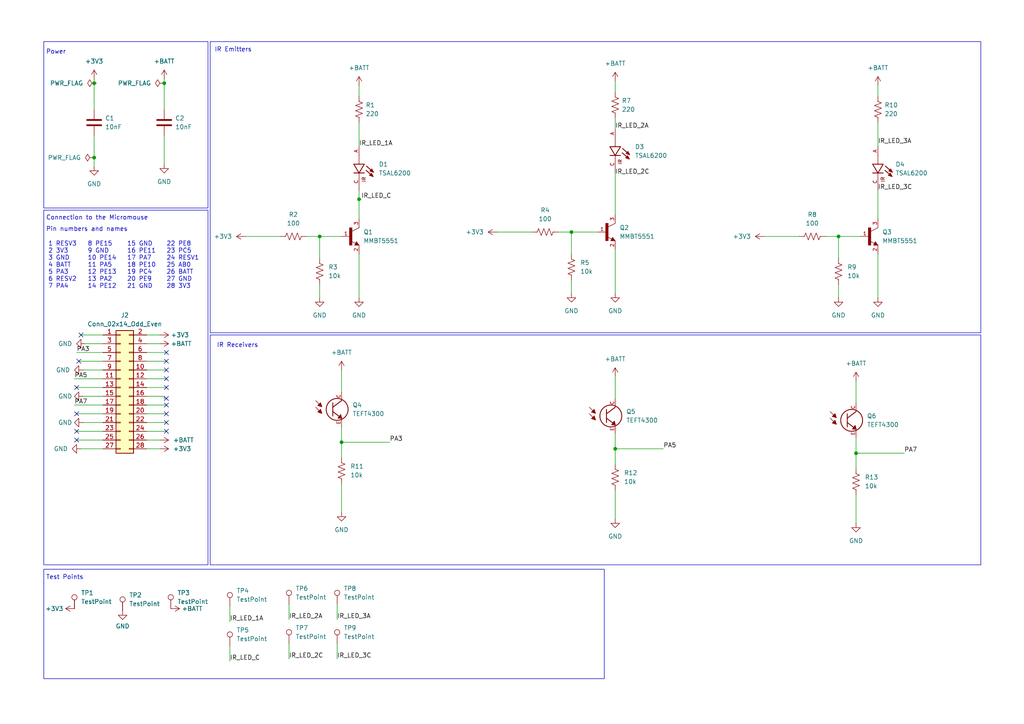
<source format=kicad_sch>
(kicad_sch (version 20230121) (generator eeschema)

  (uuid 04c73d13-15f8-469d-81f9-b705914f1cc3)

  (paper "A4")

  (title_block
    (title "Micromouse Project (Sensing)")
    (date "2024-03-24")
    (rev "0")
    (comment 1 "@author: Kwanele Mabanga")
    (comment 2 "@version: 1.4")
  )

  (lib_symbols
    (symbol "Connector:TestPoint" (pin_numbers hide) (pin_names (offset 0.762) hide) (in_bom yes) (on_board yes)
      (property "Reference" "TP" (at 0 6.858 0)
        (effects (font (size 1.27 1.27)))
      )
      (property "Value" "TestPoint" (at 0 5.08 0)
        (effects (font (size 1.27 1.27)))
      )
      (property "Footprint" "" (at 5.08 0 0)
        (effects (font (size 1.27 1.27)) hide)
      )
      (property "Datasheet" "~" (at 5.08 0 0)
        (effects (font (size 1.27 1.27)) hide)
      )
      (property "ki_keywords" "test point tp" (at 0 0 0)
        (effects (font (size 1.27 1.27)) hide)
      )
      (property "ki_description" "test point" (at 0 0 0)
        (effects (font (size 1.27 1.27)) hide)
      )
      (property "ki_fp_filters" "Pin* Test*" (at 0 0 0)
        (effects (font (size 1.27 1.27)) hide)
      )
      (symbol "TestPoint_0_1"
        (circle (center 0 3.302) (radius 0.762)
          (stroke (width 0) (type default))
          (fill (type none))
        )
      )
      (symbol "TestPoint_1_1"
        (pin passive line (at 0 0 90) (length 2.54)
          (name "1" (effects (font (size 1.27 1.27))))
          (number "1" (effects (font (size 1.27 1.27))))
        )
      )
    )
    (symbol "Connector_Generic:Conn_02x14_Odd_Even" (pin_names (offset 1.016) hide) (in_bom yes) (on_board yes)
      (property "Reference" "J" (at 1.27 17.78 0)
        (effects (font (size 1.27 1.27)))
      )
      (property "Value" "Conn_02x14_Odd_Even" (at 1.27 -20.32 0)
        (effects (font (size 1.27 1.27)))
      )
      (property "Footprint" "" (at 0 0 0)
        (effects (font (size 1.27 1.27)) hide)
      )
      (property "Datasheet" "~" (at 0 0 0)
        (effects (font (size 1.27 1.27)) hide)
      )
      (property "ki_keywords" "connector" (at 0 0 0)
        (effects (font (size 1.27 1.27)) hide)
      )
      (property "ki_description" "Generic connector, double row, 02x14, odd/even pin numbering scheme (row 1 odd numbers, row 2 even numbers), script generated (kicad-library-utils/schlib/autogen/connector/)" (at 0 0 0)
        (effects (font (size 1.27 1.27)) hide)
      )
      (property "ki_fp_filters" "Connector*:*_2x??_*" (at 0 0 0)
        (effects (font (size 1.27 1.27)) hide)
      )
      (symbol "Conn_02x14_Odd_Even_1_1"
        (rectangle (start -1.27 -17.653) (end 0 -17.907)
          (stroke (width 0.1524) (type default))
          (fill (type none))
        )
        (rectangle (start -1.27 -15.113) (end 0 -15.367)
          (stroke (width 0.1524) (type default))
          (fill (type none))
        )
        (rectangle (start -1.27 -12.573) (end 0 -12.827)
          (stroke (width 0.1524) (type default))
          (fill (type none))
        )
        (rectangle (start -1.27 -10.033) (end 0 -10.287)
          (stroke (width 0.1524) (type default))
          (fill (type none))
        )
        (rectangle (start -1.27 -7.493) (end 0 -7.747)
          (stroke (width 0.1524) (type default))
          (fill (type none))
        )
        (rectangle (start -1.27 -4.953) (end 0 -5.207)
          (stroke (width 0.1524) (type default))
          (fill (type none))
        )
        (rectangle (start -1.27 -2.413) (end 0 -2.667)
          (stroke (width 0.1524) (type default))
          (fill (type none))
        )
        (rectangle (start -1.27 0.127) (end 0 -0.127)
          (stroke (width 0.1524) (type default))
          (fill (type none))
        )
        (rectangle (start -1.27 2.667) (end 0 2.413)
          (stroke (width 0.1524) (type default))
          (fill (type none))
        )
        (rectangle (start -1.27 5.207) (end 0 4.953)
          (stroke (width 0.1524) (type default))
          (fill (type none))
        )
        (rectangle (start -1.27 7.747) (end 0 7.493)
          (stroke (width 0.1524) (type default))
          (fill (type none))
        )
        (rectangle (start -1.27 10.287) (end 0 10.033)
          (stroke (width 0.1524) (type default))
          (fill (type none))
        )
        (rectangle (start -1.27 12.827) (end 0 12.573)
          (stroke (width 0.1524) (type default))
          (fill (type none))
        )
        (rectangle (start -1.27 15.367) (end 0 15.113)
          (stroke (width 0.1524) (type default))
          (fill (type none))
        )
        (rectangle (start -1.27 16.51) (end 3.81 -19.05)
          (stroke (width 0.254) (type default))
          (fill (type background))
        )
        (rectangle (start 3.81 -17.653) (end 2.54 -17.907)
          (stroke (width 0.1524) (type default))
          (fill (type none))
        )
        (rectangle (start 3.81 -15.113) (end 2.54 -15.367)
          (stroke (width 0.1524) (type default))
          (fill (type none))
        )
        (rectangle (start 3.81 -12.573) (end 2.54 -12.827)
          (stroke (width 0.1524) (type default))
          (fill (type none))
        )
        (rectangle (start 3.81 -10.033) (end 2.54 -10.287)
          (stroke (width 0.1524) (type default))
          (fill (type none))
        )
        (rectangle (start 3.81 -7.493) (end 2.54 -7.747)
          (stroke (width 0.1524) (type default))
          (fill (type none))
        )
        (rectangle (start 3.81 -4.953) (end 2.54 -5.207)
          (stroke (width 0.1524) (type default))
          (fill (type none))
        )
        (rectangle (start 3.81 -2.413) (end 2.54 -2.667)
          (stroke (width 0.1524) (type default))
          (fill (type none))
        )
        (rectangle (start 3.81 0.127) (end 2.54 -0.127)
          (stroke (width 0.1524) (type default))
          (fill (type none))
        )
        (rectangle (start 3.81 2.667) (end 2.54 2.413)
          (stroke (width 0.1524) (type default))
          (fill (type none))
        )
        (rectangle (start 3.81 5.207) (end 2.54 4.953)
          (stroke (width 0.1524) (type default))
          (fill (type none))
        )
        (rectangle (start 3.81 7.747) (end 2.54 7.493)
          (stroke (width 0.1524) (type default))
          (fill (type none))
        )
        (rectangle (start 3.81 10.287) (end 2.54 10.033)
          (stroke (width 0.1524) (type default))
          (fill (type none))
        )
        (rectangle (start 3.81 12.827) (end 2.54 12.573)
          (stroke (width 0.1524) (type default))
          (fill (type none))
        )
        (rectangle (start 3.81 15.367) (end 2.54 15.113)
          (stroke (width 0.1524) (type default))
          (fill (type none))
        )
        (pin passive line (at -5.08 15.24 0) (length 3.81)
          (name "Pin_1" (effects (font (size 1.27 1.27))))
          (number "1" (effects (font (size 1.27 1.27))))
        )
        (pin passive line (at 7.62 5.08 180) (length 3.81)
          (name "Pin_10" (effects (font (size 1.27 1.27))))
          (number "10" (effects (font (size 1.27 1.27))))
        )
        (pin passive line (at -5.08 2.54 0) (length 3.81)
          (name "Pin_11" (effects (font (size 1.27 1.27))))
          (number "11" (effects (font (size 1.27 1.27))))
        )
        (pin passive line (at 7.62 2.54 180) (length 3.81)
          (name "Pin_12" (effects (font (size 1.27 1.27))))
          (number "12" (effects (font (size 1.27 1.27))))
        )
        (pin passive line (at -5.08 0 0) (length 3.81)
          (name "Pin_13" (effects (font (size 1.27 1.27))))
          (number "13" (effects (font (size 1.27 1.27))))
        )
        (pin passive line (at 7.62 0 180) (length 3.81)
          (name "Pin_14" (effects (font (size 1.27 1.27))))
          (number "14" (effects (font (size 1.27 1.27))))
        )
        (pin passive line (at -5.08 -2.54 0) (length 3.81)
          (name "Pin_15" (effects (font (size 1.27 1.27))))
          (number "15" (effects (font (size 1.27 1.27))))
        )
        (pin passive line (at 7.62 -2.54 180) (length 3.81)
          (name "Pin_16" (effects (font (size 1.27 1.27))))
          (number "16" (effects (font (size 1.27 1.27))))
        )
        (pin passive line (at -5.08 -5.08 0) (length 3.81)
          (name "Pin_17" (effects (font (size 1.27 1.27))))
          (number "17" (effects (font (size 1.27 1.27))))
        )
        (pin passive line (at 7.62 -5.08 180) (length 3.81)
          (name "Pin_18" (effects (font (size 1.27 1.27))))
          (number "18" (effects (font (size 1.27 1.27))))
        )
        (pin passive line (at -5.08 -7.62 0) (length 3.81)
          (name "Pin_19" (effects (font (size 1.27 1.27))))
          (number "19" (effects (font (size 1.27 1.27))))
        )
        (pin passive line (at 7.62 15.24 180) (length 3.81)
          (name "Pin_2" (effects (font (size 1.27 1.27))))
          (number "2" (effects (font (size 1.27 1.27))))
        )
        (pin passive line (at 7.62 -7.62 180) (length 3.81)
          (name "Pin_20" (effects (font (size 1.27 1.27))))
          (number "20" (effects (font (size 1.27 1.27))))
        )
        (pin passive line (at -5.08 -10.16 0) (length 3.81)
          (name "Pin_21" (effects (font (size 1.27 1.27))))
          (number "21" (effects (font (size 1.27 1.27))))
        )
        (pin passive line (at 7.62 -10.16 180) (length 3.81)
          (name "Pin_22" (effects (font (size 1.27 1.27))))
          (number "22" (effects (font (size 1.27 1.27))))
        )
        (pin passive line (at -5.08 -12.7 0) (length 3.81)
          (name "Pin_23" (effects (font (size 1.27 1.27))))
          (number "23" (effects (font (size 1.27 1.27))))
        )
        (pin passive line (at 7.62 -12.7 180) (length 3.81)
          (name "Pin_24" (effects (font (size 1.27 1.27))))
          (number "24" (effects (font (size 1.27 1.27))))
        )
        (pin passive line (at -5.08 -15.24 0) (length 3.81)
          (name "Pin_25" (effects (font (size 1.27 1.27))))
          (number "25" (effects (font (size 1.27 1.27))))
        )
        (pin passive line (at 7.62 -15.24 180) (length 3.81)
          (name "Pin_26" (effects (font (size 1.27 1.27))))
          (number "26" (effects (font (size 1.27 1.27))))
        )
        (pin passive line (at -5.08 -17.78 0) (length 3.81)
          (name "Pin_27" (effects (font (size 1.27 1.27))))
          (number "27" (effects (font (size 1.27 1.27))))
        )
        (pin passive line (at 7.62 -17.78 180) (length 3.81)
          (name "Pin_28" (effects (font (size 1.27 1.27))))
          (number "28" (effects (font (size 1.27 1.27))))
        )
        (pin passive line (at -5.08 12.7 0) (length 3.81)
          (name "Pin_3" (effects (font (size 1.27 1.27))))
          (number "3" (effects (font (size 1.27 1.27))))
        )
        (pin passive line (at 7.62 12.7 180) (length 3.81)
          (name "Pin_4" (effects (font (size 1.27 1.27))))
          (number "4" (effects (font (size 1.27 1.27))))
        )
        (pin passive line (at -5.08 10.16 0) (length 3.81)
          (name "Pin_5" (effects (font (size 1.27 1.27))))
          (number "5" (effects (font (size 1.27 1.27))))
        )
        (pin passive line (at 7.62 10.16 180) (length 3.81)
          (name "Pin_6" (effects (font (size 1.27 1.27))))
          (number "6" (effects (font (size 1.27 1.27))))
        )
        (pin passive line (at -5.08 7.62 0) (length 3.81)
          (name "Pin_7" (effects (font (size 1.27 1.27))))
          (number "7" (effects (font (size 1.27 1.27))))
        )
        (pin passive line (at 7.62 7.62 180) (length 3.81)
          (name "Pin_8" (effects (font (size 1.27 1.27))))
          (number "8" (effects (font (size 1.27 1.27))))
        )
        (pin passive line (at -5.08 5.08 0) (length 3.81)
          (name "Pin_9" (effects (font (size 1.27 1.27))))
          (number "9" (effects (font (size 1.27 1.27))))
        )
      )
    )
    (symbol "Device:C" (pin_numbers hide) (pin_names (offset 0.254)) (in_bom yes) (on_board yes)
      (property "Reference" "C" (at 0.635 2.54 0)
        (effects (font (size 1.27 1.27)) (justify left))
      )
      (property "Value" "C" (at 0.635 -2.54 0)
        (effects (font (size 1.27 1.27)) (justify left))
      )
      (property "Footprint" "" (at 0.9652 -3.81 0)
        (effects (font (size 1.27 1.27)) hide)
      )
      (property "Datasheet" "~" (at 0 0 0)
        (effects (font (size 1.27 1.27)) hide)
      )
      (property "ki_keywords" "cap capacitor" (at 0 0 0)
        (effects (font (size 1.27 1.27)) hide)
      )
      (property "ki_description" "Unpolarized capacitor" (at 0 0 0)
        (effects (font (size 1.27 1.27)) hide)
      )
      (property "ki_fp_filters" "C_*" (at 0 0 0)
        (effects (font (size 1.27 1.27)) hide)
      )
      (symbol "C_0_1"
        (polyline
          (pts
            (xy -2.032 -0.762)
            (xy 2.032 -0.762)
          )
          (stroke (width 0.508) (type default))
          (fill (type none))
        )
        (polyline
          (pts
            (xy -2.032 0.762)
            (xy 2.032 0.762)
          )
          (stroke (width 0.508) (type default))
          (fill (type none))
        )
      )
      (symbol "C_1_1"
        (pin passive line (at 0 3.81 270) (length 2.794)
          (name "~" (effects (font (size 1.27 1.27))))
          (number "1" (effects (font (size 1.27 1.27))))
        )
        (pin passive line (at 0 -3.81 90) (length 2.794)
          (name "~" (effects (font (size 1.27 1.27))))
          (number "2" (effects (font (size 1.27 1.27))))
        )
      )
    )
    (symbol "Device:R_US" (pin_numbers hide) (pin_names (offset 0)) (in_bom yes) (on_board yes)
      (property "Reference" "R" (at 2.54 0 90)
        (effects (font (size 1.27 1.27)))
      )
      (property "Value" "R_US" (at -2.54 0 90)
        (effects (font (size 1.27 1.27)))
      )
      (property "Footprint" "" (at 1.016 -0.254 90)
        (effects (font (size 1.27 1.27)) hide)
      )
      (property "Datasheet" "~" (at 0 0 0)
        (effects (font (size 1.27 1.27)) hide)
      )
      (property "ki_keywords" "R res resistor" (at 0 0 0)
        (effects (font (size 1.27 1.27)) hide)
      )
      (property "ki_description" "Resistor, US symbol" (at 0 0 0)
        (effects (font (size 1.27 1.27)) hide)
      )
      (property "ki_fp_filters" "R_*" (at 0 0 0)
        (effects (font (size 1.27 1.27)) hide)
      )
      (symbol "R_US_0_1"
        (polyline
          (pts
            (xy 0 -2.286)
            (xy 0 -2.54)
          )
          (stroke (width 0) (type default))
          (fill (type none))
        )
        (polyline
          (pts
            (xy 0 2.286)
            (xy 0 2.54)
          )
          (stroke (width 0) (type default))
          (fill (type none))
        )
        (polyline
          (pts
            (xy 0 -0.762)
            (xy 1.016 -1.143)
            (xy 0 -1.524)
            (xy -1.016 -1.905)
            (xy 0 -2.286)
          )
          (stroke (width 0) (type default))
          (fill (type none))
        )
        (polyline
          (pts
            (xy 0 0.762)
            (xy 1.016 0.381)
            (xy 0 0)
            (xy -1.016 -0.381)
            (xy 0 -0.762)
          )
          (stroke (width 0) (type default))
          (fill (type none))
        )
        (polyline
          (pts
            (xy 0 2.286)
            (xy 1.016 1.905)
            (xy 0 1.524)
            (xy -1.016 1.143)
            (xy 0 0.762)
          )
          (stroke (width 0) (type default))
          (fill (type none))
        )
      )
      (symbol "R_US_1_1"
        (pin passive line (at 0 3.81 270) (length 1.27)
          (name "~" (effects (font (size 1.27 1.27))))
          (number "1" (effects (font (size 1.27 1.27))))
        )
        (pin passive line (at 0 -3.81 90) (length 1.27)
          (name "~" (effects (font (size 1.27 1.27))))
          (number "2" (effects (font (size 1.27 1.27))))
        )
      )
    )
    (symbol "MMBT5551:MMBT5551" (pin_names (offset 1.016)) (in_bom yes) (on_board yes)
      (property "Reference" "Q" (at 5.08 0 0)
        (effects (font (size 1.27 1.27)) (justify left bottom))
      )
      (property "Value" "MMBT5551" (at 5.08 -2.54 0)
        (effects (font (size 1.27 1.27)) (justify left bottom))
      )
      (property "Footprint" "MMBT5551:SOT23-3" (at 0 0 0)
        (effects (font (size 1.27 1.27)) (justify bottom) hide)
      )
      (property "Datasheet" "" (at 0 0 0)
        (effects (font (size 1.27 1.27)) hide)
      )
      (property "MF" "NTE Electronics, Inc" (at 0 0 0)
        (effects (font (size 1.27 1.27)) (justify bottom) hide)
      )
      (property "Description" "\nBipolar (BJT) Transistor NPN 160 V 600 mA 100MHz 350 mW Surface Mount SOT-23-3\n" (at 0 0 0)
        (effects (font (size 1.27 1.27)) (justify bottom) hide)
      )
      (property "Package" "None" (at 0 0 0)
        (effects (font (size 1.27 1.27)) (justify bottom) hide)
      )
      (property "BASIC_PART" "YES" (at 0 0 0)
        (effects (font (size 1.27 1.27)) (justify bottom) hide)
      )
      (property "Price" "None" (at 0 0 0)
        (effects (font (size 1.27 1.27)) (justify bottom) hide)
      )
      (property "SnapEDA_Link" "https://www.snapeda.com/parts/MMBT5551/NTE+Electronics/view-part/?ref=snap" (at 0 0 0)
        (effects (font (size 1.27 1.27)) (justify bottom) hide)
      )
      (property "MP" "MMBT5551" (at 0 0 0)
        (effects (font (size 1.27 1.27)) (justify bottom) hide)
      )
      (property "Availability" "In Stock" (at 0 0 0)
        (effects (font (size 1.27 1.27)) (justify bottom) hide)
      )
      (property "Check_prices" "https://www.snapeda.com/parts/MMBT5551/NTE+Electronics/view-part/?ref=eda" (at 0 0 0)
        (effects (font (size 1.27 1.27)) (justify bottom) hide)
      )
      (symbol "MMBT5551_0_0"
        (rectangle (start -0.254 -2.54) (end 0.508 2.54)
          (stroke (width 0.1) (type default))
          (fill (type outline))
        )
        (polyline
          (pts
            (xy 1.27 -2.54)
            (xy 1.778 -1.524)
          )
          (stroke (width 0.1524) (type default))
          (fill (type none))
        )
        (polyline
          (pts
            (xy 1.524 -2.413)
            (xy 2.286 -2.413)
          )
          (stroke (width 0.254) (type default))
          (fill (type none))
        )
        (polyline
          (pts
            (xy 1.524 -2.286)
            (xy 1.905 -2.286)
          )
          (stroke (width 0.254) (type default))
          (fill (type none))
        )
        (polyline
          (pts
            (xy 1.54 -2.04)
            (xy 0.308 -1.424)
          )
          (stroke (width 0.1524) (type default))
          (fill (type none))
        )
        (polyline
          (pts
            (xy 1.778 -1.778)
            (xy 1.524 -2.286)
          )
          (stroke (width 0.254) (type default))
          (fill (type none))
        )
        (polyline
          (pts
            (xy 1.778 -1.524)
            (xy 2.54 -2.54)
          )
          (stroke (width 0.1524) (type default))
          (fill (type none))
        )
        (polyline
          (pts
            (xy 1.905 -2.286)
            (xy 1.778 -2.032)
          )
          (stroke (width 0.254) (type default))
          (fill (type none))
        )
        (polyline
          (pts
            (xy 2.286 -2.413)
            (xy 1.778 -1.778)
          )
          (stroke (width 0.254) (type default))
          (fill (type none))
        )
        (polyline
          (pts
            (xy 2.54 -2.54)
            (xy 1.27 -2.54)
          )
          (stroke (width 0.1524) (type default))
          (fill (type none))
        )
        (polyline
          (pts
            (xy 2.54 2.54)
            (xy 0.508 1.524)
          )
          (stroke (width 0.1524) (type default))
          (fill (type none))
        )
        (pin passive line (at -2.54 0 0) (length 2.54)
          (name "~" (effects (font (size 1.016 1.016))))
          (number "1" (effects (font (size 1.016 1.016))))
        )
        (pin passive line (at 2.54 -5.08 90) (length 2.54)
          (name "~" (effects (font (size 1.016 1.016))))
          (number "2" (effects (font (size 1.016 1.016))))
        )
        (pin passive line (at 2.54 5.08 270) (length 2.54)
          (name "~" (effects (font (size 1.016 1.016))))
          (number "3" (effects (font (size 1.016 1.016))))
        )
      )
    )
    (symbol "TEFT4300:TEFT4300" (pin_names (offset 1.016)) (in_bom yes) (on_board yes)
      (property "Reference" "Q" (at -10.1556 5.0822 0)
        (effects (font (size 1.27 1.27)) (justify left bottom))
      )
      (property "Value" "TEFT4300" (at -10.1508 -7.62 0)
        (effects (font (size 1.27 1.27)) (justify left bottom))
      )
      (property "Footprint" "TEFT4300:XDCR_TEFT4300" (at 0 0 0)
        (effects (font (size 1.27 1.27)) (justify bottom) hide)
      )
      (property "Datasheet" "" (at 0 0 0)
        (effects (font (size 1.27 1.27)) hide)
      )
      (property "DigiKey_Part_Number" "751-1041-ND" (at 0 0 0)
        (effects (font (size 1.27 1.27)) (justify bottom) hide)
      )
      (property "MF" "Vishay Semiconductor" (at 0 0 0)
        (effects (font (size 1.27 1.27)) (justify bottom) hide)
      )
      (property "MAXIMUM_PACKAGE_HEIGHT" "6.10mm" (at 0 0 0)
        (effects (font (size 1.27 1.27)) (justify bottom) hide)
      )
      (property "PACKAGE" "Radial Vishay" (at 0 0 0)
        (effects (font (size 1.27 1.27)) (justify bottom) hide)
      )
      (property "Package" "Radial Vishay" (at 0 0 0)
        (effects (font (size 1.27 1.27)) (justify bottom) hide)
      )
      (property "Check_prices" "https://www.snapeda.com/parts/TEFT4300/Vishay+Semiconductor+Opto+Division/view-part/?ref=eda" (at 0 0 0)
        (effects (font (size 1.27 1.27)) (justify bottom) hide)
      )
      (property "SnapEDA_Link" "https://www.snapeda.com/parts/TEFT4300/Vishay+Semiconductor+Opto+Division/view-part/?ref=snap" (at 0 0 0)
        (effects (font (size 1.27 1.27)) (justify bottom) hide)
      )
      (property "MP" "TEFT4300" (at 0 0 0)
        (effects (font (size 1.27 1.27)) (justify bottom) hide)
      )
      (property "Description" "\nPhototransistors 925nm Top View Radial, 3mm Dia (T-1)\n" (at 0 0 0)
        (effects (font (size 1.27 1.27)) (justify bottom) hide)
      )
      (symbol "TEFT4300_0_0"
        (polyline
          (pts
            (xy -4.953 0.635)
            (xy -3.175 -1.143)
          )
          (stroke (width 0.1524) (type default))
          (fill (type none))
        )
        (polyline
          (pts
            (xy -4.953 2.54)
            (xy -3.175 0.762)
          )
          (stroke (width 0.1524) (type default))
          (fill (type none))
        )
        (polyline
          (pts
            (xy -4.318 -0.762)
            (xy -3.556 0)
          )
          (stroke (width 0.1524) (type default))
          (fill (type none))
        )
        (polyline
          (pts
            (xy -4.318 1.143)
            (xy -3.556 1.905)
          )
          (stroke (width 0.1524) (type default))
          (fill (type none))
        )
        (polyline
          (pts
            (xy -3.556 0)
            (xy -3.175 -1.143)
          )
          (stroke (width 0.1524) (type default))
          (fill (type none))
        )
        (polyline
          (pts
            (xy -3.556 1.905)
            (xy -3.175 0.762)
          )
          (stroke (width 0.1524) (type default))
          (fill (type none))
        )
        (polyline
          (pts
            (xy -3.175 -1.143)
            (xy -4.318 -0.762)
          )
          (stroke (width 0.1524) (type default))
          (fill (type none))
        )
        (polyline
          (pts
            (xy -3.175 0.762)
            (xy -4.318 1.143)
          )
          (stroke (width 0.1524) (type default))
          (fill (type none))
        )
        (polyline
          (pts
            (xy 0 -0.635)
            (xy 0 -1.905)
          )
          (stroke (width 0.254) (type default))
          (fill (type none))
        )
        (polyline
          (pts
            (xy 0 -0.635)
            (xy 2.54 -2.54)
          )
          (stroke (width 0.254) (type default))
          (fill (type none))
        )
        (polyline
          (pts
            (xy 0 0.635)
            (xy 0 -0.635)
          )
          (stroke (width 0.254) (type default))
          (fill (type none))
        )
        (polyline
          (pts
            (xy 0 0.635)
            (xy 2.54 2.54)
          )
          (stroke (width 0.254) (type default))
          (fill (type none))
        )
        (polyline
          (pts
            (xy 0 1.905)
            (xy 0 0.635)
          )
          (stroke (width 0.254) (type default))
          (fill (type none))
        )
        (polyline
          (pts
            (xy 2.286 -2.286)
            (xy 2.54 -2.54)
          )
          (stroke (width 0.1524) (type default))
          (fill (type none))
        )
        (polyline
          (pts
            (xy -4.318 -0.762)
            (xy -3.175 -1.143)
            (xy -3.556 0)
            (xy -4.318 -0.762)
          )
          (stroke (width 0.1524) (type default))
          (fill (type outline))
        )
        (polyline
          (pts
            (xy -4.318 1.143)
            (xy -3.175 0.762)
            (xy -3.556 1.905)
            (xy -4.318 1.143)
          )
          (stroke (width 0.1524) (type default))
          (fill (type outline))
        )
        (polyline
          (pts
            (xy 2.54 -2.54)
            (xy 2.286 -1.524)
            (xy 1.524 -2.54)
            (xy 2.54 -2.54)
          )
          (stroke (width 0.254) (type default))
          (fill (type outline))
        )
        (circle (center 1.27 0) (radius 3.175)
          (stroke (width 0.254) (type default))
          (fill (type none))
        )
        (pin passive line (at 2.54 5.08 270) (length 2.54)
          (name "~" (effects (font (size 1.016 1.016))))
          (number "C" (effects (font (size 1.016 1.016))))
        )
        (pin passive line (at 2.54 -5.08 90) (length 2.54)
          (name "~" (effects (font (size 1.016 1.016))))
          (number "E" (effects (font (size 1.016 1.016))))
        )
      )
    )
    (symbol "TSAL6200:TSAL6200" (pin_names (offset 1.016)) (in_bom yes) (on_board yes)
      (property "Reference" "D" (at -3.556 4.826 0)
        (effects (font (size 1.27 1.27)) (justify left bottom))
      )
      (property "Value" "TSAL6200" (at -3.556 -3.302 0)
        (effects (font (size 1.27 1.27)) (justify left bottom))
      )
      (property "Footprint" "TSAL6200:LEDRD254W55D595H900" (at 0 0 0)
        (effects (font (size 1.27 1.27)) (justify bottom) hide)
      )
      (property "Datasheet" "" (at 0 0 0)
        (effects (font (size 1.27 1.27)) hide)
      )
      (property "MF" "Vishay Semiconductor" (at 0 0 0)
        (effects (font (size 1.27 1.27)) (justify bottom) hide)
      )
      (property "MAXIMUM_PACKAGE_HEIGHT" "9.0 mm" (at 0 0 0)
        (effects (font (size 1.27 1.27)) (justify bottom) hide)
      )
      (property "RS_Components_8187663_Purchase_URL" "https://www.snapeda.com/api/url_track_click/https%253A//uk.rs-online.com/web/p/ir-leds/8187663//%253Futm_campaign%253Dbuynow%2526utm_medium%253Daggregator%2526utm_source%253Dsnapeda%2526cm_mmc%253Daff-_-uk-_-snapeda-_-8187663/?unipart_id=106073&manufacturer=Vishay Semiconductor&part_name=TSAL6200&search_term=tsal6200" (at 0 0 0)
        (effects (font (size 1.27 1.27)) (justify bottom) hide)
      )
      (property "Package" "Radial Vishay" (at 0 0 0)
        (effects (font (size 1.27 1.27)) (justify bottom) hide)
      )
      (property "RS_Components_1656195_Purchase_URL" "https://www.snapeda.com/api/url_track_click/https%253A//uk.rs-online.com/web/p/ir-leds/1656195//%253Futm_campaign%253Dbuynow%2526utm_medium%253Daggregator%2526utm_source%253Dsnapeda%2526cm_mmc%253Daff-_-uk-_-snapeda-_-1656195/?unipart_id=106073&manufacturer=Vishay Semiconductor&part_name=TSAL6200&search_term=tsal6200" (at 0 0 0)
        (effects (font (size 1.27 1.27)) (justify bottom) hide)
      )
      (property "Check_prices" "https://www.snapeda.com/parts/TSAL6200/Vishay+Semiconductor+Opto+Division/view-part/?ref=eda" (at 0 0 0)
        (effects (font (size 1.27 1.27)) (justify bottom) hide)
      )
      (property "STANDARD" "IPC-7351B" (at 0 0 0)
        (effects (font (size 1.27 1.27)) (justify bottom) hide)
      )
      (property "PARTREV" "2.4" (at 0 0 0)
        (effects (font (size 1.27 1.27)) (justify bottom) hide)
      )
      (property "SnapEDA_Link" "https://www.snapeda.com/parts/TSAL6200/Vishay+Semiconductor+Opto+Division/view-part/?ref=snap" (at 0 0 0)
        (effects (font (size 1.27 1.27)) (justify bottom) hide)
      )
      (property "MP" "TSAL6200" (at 0 0 0)
        (effects (font (size 1.27 1.27)) (justify bottom) hide)
      )
      (property "Description" "\nInfrared (IR) Emitter 940nm 1.35V 100mA 40mW/sr @ 100mA 34° Radial, 5mm Dia (T 1 3/4)\n" (at 0 0 0)
        (effects (font (size 1.27 1.27)) (justify bottom) hide)
      )
      (property "RS_Components_8187663P_Purchase_URL" "https://www.snapeda.com/api/url_track_click/https%253A//uk.rs-online.com/web/p/ir-leds/8187663p//%253Futm_campaign%253Dbuynow%2526utm_medium%253Daggregator%2526utm_source%253Dsnapeda%2526cm_mmc%253Daff-_-uk-_-snapeda-_-8187663P/?unipart_id=106073&manufacturer=Vishay Semiconductor&part_name=TSAL6200&search_term=tsal6200" (at 0 0 0)
        (effects (font (size 1.27 1.27)) (justify bottom) hide)
      )
      (property "MANUFACTURER" "Vishay" (at 0 0 0)
        (effects (font (size 1.27 1.27)) (justify bottom) hide)
      )
      (symbol "TSAL6200_0_0"
        (polyline
          (pts
            (xy -2.54 -1.524)
            (xy 0 0)
          )
          (stroke (width 0.254) (type default))
          (fill (type none))
        )
        (polyline
          (pts
            (xy -2.54 0)
            (xy -5.08 0)
          )
          (stroke (width 0.1524) (type default))
          (fill (type none))
        )
        (polyline
          (pts
            (xy -2.54 0)
            (xy -2.54 -1.524)
          )
          (stroke (width 0.254) (type default))
          (fill (type none))
        )
        (polyline
          (pts
            (xy -2.54 1.524)
            (xy -2.54 0)
          )
          (stroke (width 0.254) (type default))
          (fill (type none))
        )
        (polyline
          (pts
            (xy -1.1176 3.683)
            (xy -0.2286 4.1656)
          )
          (stroke (width 0.254) (type default))
          (fill (type none))
        )
        (polyline
          (pts
            (xy -0.9398 3.6068)
            (xy -0.7112 3.7592)
          )
          (stroke (width 0.254) (type default))
          (fill (type none))
        )
        (polyline
          (pts
            (xy -0.5588 3.2004)
            (xy -1.1176 3.683)
          )
          (stroke (width 0.254) (type default))
          (fill (type none))
        )
        (polyline
          (pts
            (xy -0.5588 3.2004)
            (xy -0.5334 3.937)
          )
          (stroke (width 0.254) (type default))
          (fill (type none))
        )
        (polyline
          (pts
            (xy -0.5334 3.937)
            (xy -0.6604 3.937)
          )
          (stroke (width 0.254) (type default))
          (fill (type none))
        )
        (polyline
          (pts
            (xy -0.2286 4.1656)
            (xy -2.0066 2.1336)
          )
          (stroke (width 0.254) (type default))
          (fill (type none))
        )
        (polyline
          (pts
            (xy -0.2286 4.1656)
            (xy -0.5588 3.2004)
          )
          (stroke (width 0.254) (type default))
          (fill (type none))
        )
        (polyline
          (pts
            (xy 0 0)
            (xy -2.54 1.524)
          )
          (stroke (width 0.254) (type default))
          (fill (type none))
        )
        (polyline
          (pts
            (xy 0 1.524)
            (xy 0 -1.524)
          )
          (stroke (width 0.254) (type default))
          (fill (type none))
        )
        (polyline
          (pts
            (xy 0.127 3.5814)
            (xy 1.016 4.064)
          )
          (stroke (width 0.254) (type default))
          (fill (type none))
        )
        (polyline
          (pts
            (xy 0.3048 3.5052)
            (xy 0.5334 3.6576)
          )
          (stroke (width 0.254) (type default))
          (fill (type none))
        )
        (polyline
          (pts
            (xy 0.6858 3.0988)
            (xy 0.127 3.5814)
          )
          (stroke (width 0.254) (type default))
          (fill (type none))
        )
        (polyline
          (pts
            (xy 0.6858 3.0988)
            (xy 0.7112 3.8354)
          )
          (stroke (width 0.254) (type default))
          (fill (type none))
        )
        (polyline
          (pts
            (xy 0.7112 3.8354)
            (xy 0.5842 3.8354)
          )
          (stroke (width 0.254) (type default))
          (fill (type none))
        )
        (polyline
          (pts
            (xy 1.016 4.064)
            (xy -0.762 2.032)
          )
          (stroke (width 0.254) (type default))
          (fill (type none))
        )
        (polyline
          (pts
            (xy 1.016 4.064)
            (xy 0.6858 3.0988)
          )
          (stroke (width 0.254) (type default))
          (fill (type none))
        )
        (text "IR" (at 1.016 2.032 0)
          (effects (font (size 1.016 1.016)) (justify left bottom))
        )
        (pin passive line (at -7.62 0 0) (length 2.54)
          (name "~" (effects (font (size 1.016 1.016))))
          (number "A" (effects (font (size 1.016 1.016))))
        )
        (pin passive line (at 5.08 0 180) (length 5.08)
          (name "~" (effects (font (size 1.016 1.016))))
          (number "C" (effects (font (size 1.016 1.016))))
        )
      )
    )
    (symbol "power:+3V3" (power) (pin_names (offset 0)) (in_bom yes) (on_board yes)
      (property "Reference" "#PWR" (at 0 -3.81 0)
        (effects (font (size 1.27 1.27)) hide)
      )
      (property "Value" "+3V3" (at 0 3.556 0)
        (effects (font (size 1.27 1.27)))
      )
      (property "Footprint" "" (at 0 0 0)
        (effects (font (size 1.27 1.27)) hide)
      )
      (property "Datasheet" "" (at 0 0 0)
        (effects (font (size 1.27 1.27)) hide)
      )
      (property "ki_keywords" "global power" (at 0 0 0)
        (effects (font (size 1.27 1.27)) hide)
      )
      (property "ki_description" "Power symbol creates a global label with name \"+3V3\"" (at 0 0 0)
        (effects (font (size 1.27 1.27)) hide)
      )
      (symbol "+3V3_0_1"
        (polyline
          (pts
            (xy -0.762 1.27)
            (xy 0 2.54)
          )
          (stroke (width 0) (type default))
          (fill (type none))
        )
        (polyline
          (pts
            (xy 0 0)
            (xy 0 2.54)
          )
          (stroke (width 0) (type default))
          (fill (type none))
        )
        (polyline
          (pts
            (xy 0 2.54)
            (xy 0.762 1.27)
          )
          (stroke (width 0) (type default))
          (fill (type none))
        )
      )
      (symbol "+3V3_1_1"
        (pin power_in line (at 0 0 90) (length 0) hide
          (name "+3V3" (effects (font (size 1.27 1.27))))
          (number "1" (effects (font (size 1.27 1.27))))
        )
      )
    )
    (symbol "power:+BATT" (power) (pin_names (offset 0)) (in_bom yes) (on_board yes)
      (property "Reference" "#PWR" (at 0 -3.81 0)
        (effects (font (size 1.27 1.27)) hide)
      )
      (property "Value" "+BATT" (at 0 3.556 0)
        (effects (font (size 1.27 1.27)))
      )
      (property "Footprint" "" (at 0 0 0)
        (effects (font (size 1.27 1.27)) hide)
      )
      (property "Datasheet" "" (at 0 0 0)
        (effects (font (size 1.27 1.27)) hide)
      )
      (property "ki_keywords" "global power battery" (at 0 0 0)
        (effects (font (size 1.27 1.27)) hide)
      )
      (property "ki_description" "Power symbol creates a global label with name \"+BATT\"" (at 0 0 0)
        (effects (font (size 1.27 1.27)) hide)
      )
      (symbol "+BATT_0_1"
        (polyline
          (pts
            (xy -0.762 1.27)
            (xy 0 2.54)
          )
          (stroke (width 0) (type default))
          (fill (type none))
        )
        (polyline
          (pts
            (xy 0 0)
            (xy 0 2.54)
          )
          (stroke (width 0) (type default))
          (fill (type none))
        )
        (polyline
          (pts
            (xy 0 2.54)
            (xy 0.762 1.27)
          )
          (stroke (width 0) (type default))
          (fill (type none))
        )
      )
      (symbol "+BATT_1_1"
        (pin power_in line (at 0 0 90) (length 0) hide
          (name "+BATT" (effects (font (size 1.27 1.27))))
          (number "1" (effects (font (size 1.27 1.27))))
        )
      )
    )
    (symbol "power:GND" (power) (pin_names (offset 0)) (in_bom yes) (on_board yes)
      (property "Reference" "#PWR" (at 0 -6.35 0)
        (effects (font (size 1.27 1.27)) hide)
      )
      (property "Value" "GND" (at 0 -3.81 0)
        (effects (font (size 1.27 1.27)))
      )
      (property "Footprint" "" (at 0 0 0)
        (effects (font (size 1.27 1.27)) hide)
      )
      (property "Datasheet" "" (at 0 0 0)
        (effects (font (size 1.27 1.27)) hide)
      )
      (property "ki_keywords" "global power" (at 0 0 0)
        (effects (font (size 1.27 1.27)) hide)
      )
      (property "ki_description" "Power symbol creates a global label with name \"GND\" , ground" (at 0 0 0)
        (effects (font (size 1.27 1.27)) hide)
      )
      (symbol "GND_0_1"
        (polyline
          (pts
            (xy 0 0)
            (xy 0 -1.27)
            (xy 1.27 -1.27)
            (xy 0 -2.54)
            (xy -1.27 -1.27)
            (xy 0 -1.27)
          )
          (stroke (width 0) (type default))
          (fill (type none))
        )
      )
      (symbol "GND_1_1"
        (pin power_in line (at 0 0 270) (length 0) hide
          (name "GND" (effects (font (size 1.27 1.27))))
          (number "1" (effects (font (size 1.27 1.27))))
        )
      )
    )
    (symbol "power:PWR_FLAG" (power) (pin_numbers hide) (pin_names (offset 0) hide) (in_bom yes) (on_board yes)
      (property "Reference" "#FLG" (at 0 1.905 0)
        (effects (font (size 1.27 1.27)) hide)
      )
      (property "Value" "PWR_FLAG" (at 0 3.81 0)
        (effects (font (size 1.27 1.27)))
      )
      (property "Footprint" "" (at 0 0 0)
        (effects (font (size 1.27 1.27)) hide)
      )
      (property "Datasheet" "~" (at 0 0 0)
        (effects (font (size 1.27 1.27)) hide)
      )
      (property "ki_keywords" "flag power" (at 0 0 0)
        (effects (font (size 1.27 1.27)) hide)
      )
      (property "ki_description" "Special symbol for telling ERC where power comes from" (at 0 0 0)
        (effects (font (size 1.27 1.27)) hide)
      )
      (symbol "PWR_FLAG_0_0"
        (pin power_out line (at 0 0 90) (length 0)
          (name "pwr" (effects (font (size 1.27 1.27))))
          (number "1" (effects (font (size 1.27 1.27))))
        )
      )
      (symbol "PWR_FLAG_0_1"
        (polyline
          (pts
            (xy 0 0)
            (xy 0 1.27)
            (xy -1.016 1.905)
            (xy 0 2.54)
            (xy 1.016 1.905)
            (xy 0 1.27)
          )
          (stroke (width 0) (type default))
          (fill (type none))
        )
      )
    )
  )

  (junction (at 27.305 45.72) (diameter 0) (color 0 0 0 0)
    (uuid 1c5c7974-6baa-498e-b2b8-2397f6c6c81a)
  )
  (junction (at 99.06 128.27) (diameter 0) (color 0 0 0 0)
    (uuid 36faa82e-1c4e-463b-802f-bf40f356d74a)
  )
  (junction (at 178.435 130.175) (diameter 0) (color 0 0 0 0)
    (uuid 45665725-a076-486b-873b-0feace620a62)
  )
  (junction (at 104.14 57.785) (diameter 0) (color 0 0 0 0)
    (uuid 58832bfd-2ceb-4f16-9a5c-510999ee228b)
  )
  (junction (at 27.305 24.13) (diameter 0) (color 0 0 0 0)
    (uuid 63ed234d-4402-4fcf-8edb-4322984e5462)
  )
  (junction (at 92.71 68.58) (diameter 0) (color 0 0 0 0)
    (uuid 932d03fd-cf29-4359-b486-b325b2ea8ca5)
  )
  (junction (at 243.205 68.58) (diameter 0) (color 0 0 0 0)
    (uuid c316bdda-afd2-4673-a7bf-cab7702dad67)
  )
  (junction (at 248.285 131.445) (diameter 0) (color 0 0 0 0)
    (uuid cb07b967-538f-4e12-bdf9-5b64839ea543)
  )
  (junction (at 47.625 24.13) (diameter 0) (color 0 0 0 0)
    (uuid da26f2bc-61c3-49b1-92a0-ae66d99b00bf)
  )
  (junction (at 165.735 67.31) (diameter 0) (color 0 0 0 0)
    (uuid f1062950-a3c7-4a3a-b62c-5d64cbf7f8ab)
  )

  (no_connect (at 22.225 120.015) (uuid 01eacc51-4f90-41c8-95db-6f77e3ee007e))
  (no_connect (at 22.225 112.395) (uuid 05f62486-9d84-42ab-81a3-a350f1cfc4a7))
  (no_connect (at 22.86 104.775) (uuid 0bb8a564-422c-4708-918c-e36ee8e0d44d))
  (no_connect (at 48.26 107.315) (uuid 1bf8ff36-7b9f-48d9-a033-04f4ede527f8))
  (no_connect (at 48.26 115.57) (uuid 20e146f4-4cd3-434e-b6a0-2ebd1ea88796))
  (no_connect (at 48.26 104.775) (uuid 4798eb1a-d722-49a1-a31c-409e0217accd))
  (no_connect (at 22.225 127.635) (uuid 5639d71c-4f06-44f6-b161-f87d02532029))
  (no_connect (at 48.26 109.855) (uuid 5a744f18-8b52-4ce8-a0bb-c2f470dbb466))
  (no_connect (at 48.26 117.475) (uuid 7418ff65-5e5e-4f9e-8b41-45eed68cd6a5))
  (no_connect (at 48.26 125.095) (uuid 7ab74160-437c-47ed-a9d7-cc343ed05bdf))
  (no_connect (at 22.225 125.095) (uuid 89d11f04-2664-4fa0-8535-79bcc380fbc2))
  (no_connect (at 48.26 102.235) (uuid 89d989f4-e836-40dd-9d0a-653c80a28168))
  (no_connect (at 48.26 120.015) (uuid 9bb14cd4-8a08-4b3b-9e85-5a2af88a84fd))
  (no_connect (at 48.26 122.555) (uuid b3032280-b4ab-446e-bd39-7181c56b1453))
  (no_connect (at 23.495 97.155) (uuid d44cce8a-fd11-4983-91c8-747ec61a30ee))
  (no_connect (at 48.26 112.395) (uuid e4bfb9ac-be07-40b9-a345-395a07b02926))

  (wire (pts (xy 22.225 112.395) (xy 29.845 112.395))
    (stroke (width 0) (type default))
    (uuid 025b71eb-df52-40da-a8b8-79ba9ff35384)
  )
  (wire (pts (xy 248.285 143.51) (xy 248.285 151.765))
    (stroke (width 0) (type default))
    (uuid 061c951b-6dc9-401f-9ce2-9f1c2e0fa2eb)
  )
  (wire (pts (xy 47.625 115.57) (xy 47.625 114.935))
    (stroke (width 0) (type default))
    (uuid 06359796-f4ed-4243-a75e-5c49a06fa279)
  )
  (wire (pts (xy 22.225 102.235) (xy 29.845 102.235))
    (stroke (width 0) (type default))
    (uuid 105b8f1f-0b7f-4739-b773-b4cd9b948592)
  )
  (wire (pts (xy 178.435 142.24) (xy 178.435 150.495))
    (stroke (width 0) (type default))
    (uuid 11ee44ee-f254-424e-b4af-c269a1ac26aa)
  )
  (wire (pts (xy 27.305 24.13) (xy 27.305 31.75))
    (stroke (width 0) (type default))
    (uuid 182ef35f-20ea-4cd5-9b92-c674e3415b29)
  )
  (wire (pts (xy 66.675 191.77) (xy 66.675 187.325))
    (stroke (width 0) (type default))
    (uuid 1990e6ae-88bf-4b45-9ab8-330f4928b45e)
  )
  (wire (pts (xy 21.59 109.855) (xy 29.845 109.855))
    (stroke (width 0) (type default))
    (uuid 1aac7929-6037-4305-b0d1-84b8b3691889)
  )
  (wire (pts (xy 48.26 122.555) (xy 42.545 122.555))
    (stroke (width 0) (type default))
    (uuid 2308e7aa-be15-4cc4-9f85-a63f3493e652)
  )
  (wire (pts (xy 99.06 128.27) (xy 99.06 132.715))
    (stroke (width 0) (type default))
    (uuid 2336b291-f83b-4f55-927a-6c6043f3b3d1)
  )
  (wire (pts (xy 165.735 81.28) (xy 165.735 85.09))
    (stroke (width 0) (type default))
    (uuid 24c44cf2-850d-428a-bcbf-6a85608d03c2)
  )
  (wire (pts (xy 254.635 24.765) (xy 254.635 27.94))
    (stroke (width 0) (type default))
    (uuid 317c6031-611d-45a9-a252-e14fe211eb18)
  )
  (wire (pts (xy 22.225 125.095) (xy 29.845 125.095))
    (stroke (width 0) (type default))
    (uuid 32260e94-0de4-489f-830f-bf78b9951c98)
  )
  (wire (pts (xy 99.06 107.315) (xy 99.06 113.665))
    (stroke (width 0) (type default))
    (uuid 378f56a5-d862-42b1-bb38-1c50ab2d1647)
  )
  (wire (pts (xy 165.735 67.31) (xy 173.355 67.31))
    (stroke (width 0) (type default))
    (uuid 3f4eead2-cebb-44a8-b191-01eb677b049a)
  )
  (wire (pts (xy 22.225 120.015) (xy 29.845 120.015))
    (stroke (width 0) (type default))
    (uuid 4068478b-9225-4df8-9070-fb9f74b2aa73)
  )
  (wire (pts (xy 92.71 68.58) (xy 99.06 68.58))
    (stroke (width 0) (type default))
    (uuid 43ebb32a-bf91-4bb2-8c75-22ebe3a58a75)
  )
  (wire (pts (xy 178.435 72.39) (xy 178.435 85.09))
    (stroke (width 0) (type default))
    (uuid 447f628f-b4e3-4c3e-8b65-69c62d5cc2b2)
  )
  (wire (pts (xy 99.06 123.825) (xy 99.06 128.27))
    (stroke (width 0) (type default))
    (uuid 4631a0cc-3aaf-4e51-8cfc-94a081ceebd2)
  )
  (wire (pts (xy 48.26 104.775) (xy 42.545 104.775))
    (stroke (width 0) (type default))
    (uuid 4a439c49-e085-48e5-ab38-7ada0f406e64)
  )
  (wire (pts (xy 46.355 97.155) (xy 42.545 97.155))
    (stroke (width 0) (type default))
    (uuid 4cf4b3a3-2893-40aa-a636-b62e1cd3a6b4)
  )
  (wire (pts (xy 48.26 102.235) (xy 42.545 102.235))
    (stroke (width 0) (type default))
    (uuid 4e0b49f1-b4b5-4967-b11d-9d8ce960ee20)
  )
  (wire (pts (xy 178.435 109.22) (xy 178.435 115.57))
    (stroke (width 0) (type default))
    (uuid 4e503e41-17e1-41de-a604-9532ee2e3860)
  )
  (wire (pts (xy 248.285 131.445) (xy 262.255 131.445))
    (stroke (width 0) (type default))
    (uuid 513b6caf-dfb7-434e-8285-7f1890cb7495)
  )
  (wire (pts (xy 23.495 97.155) (xy 29.845 97.155))
    (stroke (width 0) (type default))
    (uuid 51a8ae19-350d-44e9-96fa-85fb2eccad31)
  )
  (wire (pts (xy 178.435 50.165) (xy 178.435 62.23))
    (stroke (width 0) (type default))
    (uuid 51f7d054-f206-4764-aac3-2d3278355e16)
  )
  (wire (pts (xy 71.12 68.58) (xy 81.28 68.58))
    (stroke (width 0) (type default))
    (uuid 5bf8c5b4-2a16-43b3-aebc-b06962e14dc0)
  )
  (wire (pts (xy 47.625 22.86) (xy 47.625 24.13))
    (stroke (width 0) (type default))
    (uuid 5e328740-03a6-4433-8cd4-c2f4e12f6f31)
  )
  (wire (pts (xy 27.305 22.86) (xy 27.305 24.13))
    (stroke (width 0) (type default))
    (uuid 5f55382c-0326-4e65-a640-475b9f4e6f61)
  )
  (wire (pts (xy 48.26 120.015) (xy 42.545 120.015))
    (stroke (width 0) (type default))
    (uuid 61df3b16-1bae-413d-8711-fc65a0bf032b)
  )
  (wire (pts (xy 24.13 114.935) (xy 29.845 114.935))
    (stroke (width 0) (type default))
    (uuid 62dd628f-b943-4889-b236-06d735272548)
  )
  (wire (pts (xy 104.775 57.785) (xy 104.14 57.785))
    (stroke (width 0) (type default))
    (uuid 647d198c-2f8a-46c4-8dad-9ad8506038aa)
  )
  (wire (pts (xy 254.635 55.245) (xy 254.635 63.5))
    (stroke (width 0) (type default))
    (uuid 68de6aa3-24da-4f88-bf1b-4f707e7b6490)
  )
  (wire (pts (xy 104.14 24.765) (xy 104.14 27.94))
    (stroke (width 0) (type default))
    (uuid 6980dea4-da8e-439d-b9e7-5494a40a1009)
  )
  (wire (pts (xy 27.305 45.72) (xy 27.305 48.26))
    (stroke (width 0) (type default))
    (uuid 6b506ebb-6d6f-4631-a581-7f24927c9b1c)
  )
  (wire (pts (xy 48.26 109.855) (xy 42.545 109.855))
    (stroke (width 0) (type default))
    (uuid 701c805d-dde6-4903-afbf-3e21612e5d51)
  )
  (wire (pts (xy 248.285 110.49) (xy 248.285 116.84))
    (stroke (width 0) (type default))
    (uuid 71c28c11-6855-4b2d-ae8a-8924be260999)
  )
  (wire (pts (xy 178.435 130.175) (xy 192.405 130.175))
    (stroke (width 0) (type default))
    (uuid 74fae935-204e-48c1-9729-03060b8c971f)
  )
  (wire (pts (xy 66.675 180.34) (xy 66.675 175.895))
    (stroke (width 0) (type default))
    (uuid 764af6f8-b95b-4000-a04a-34d274061881)
  )
  (wire (pts (xy 27.305 39.37) (xy 27.305 45.72))
    (stroke (width 0) (type default))
    (uuid 789afafb-61f7-49e4-8a09-bbb2617ae4d9)
  )
  (wire (pts (xy 243.205 68.58) (xy 243.205 74.93))
    (stroke (width 0) (type default))
    (uuid 7b1dbbbe-ee27-4f02-bf5d-c2c03d38eb0d)
  )
  (wire (pts (xy 243.205 68.58) (xy 249.555 68.58))
    (stroke (width 0) (type default))
    (uuid 812c34bb-f373-479a-8774-09a4e86fc6d3)
  )
  (wire (pts (xy 239.395 68.58) (xy 243.205 68.58))
    (stroke (width 0) (type default))
    (uuid 81462b45-f03d-42db-9a90-5d63acab684f)
  )
  (wire (pts (xy 21.59 117.475) (xy 29.845 117.475))
    (stroke (width 0) (type default))
    (uuid 830c6cce-ecd4-43c0-9513-94ce3eceef78)
  )
  (wire (pts (xy 104.14 73.66) (xy 104.14 86.36))
    (stroke (width 0) (type default))
    (uuid 8329ec42-c1ee-4826-a4a4-1bf28e204c3e)
  )
  (wire (pts (xy 104.14 35.56) (xy 104.14 42.545))
    (stroke (width 0) (type default))
    (uuid 83eb9c74-a709-4e5a-a67d-c030647fb929)
  )
  (wire (pts (xy 97.79 179.705) (xy 97.79 175.26))
    (stroke (width 0) (type default))
    (uuid 85827b53-71ed-4a15-b2cf-e372d453a0b1)
  )
  (wire (pts (xy 92.71 82.55) (xy 92.71 86.36))
    (stroke (width 0) (type default))
    (uuid 87aa23d1-30db-4514-90c1-3e85c73d8e0e)
  )
  (wire (pts (xy 83.82 179.705) (xy 83.82 175.26))
    (stroke (width 0) (type default))
    (uuid 8ace620c-ea12-493e-a7c4-d0b0d12d8fe8)
  )
  (wire (pts (xy 165.735 67.31) (xy 165.735 73.66))
    (stroke (width 0) (type default))
    (uuid 8bc02888-615f-4029-86dd-1c719b8d8d45)
  )
  (wire (pts (xy 46.355 130.175) (xy 42.545 130.175))
    (stroke (width 0) (type default))
    (uuid 8ce94f27-29b8-41bf-b122-299a37c4aacb)
  )
  (wire (pts (xy 27.305 24.13) (xy 27.94 24.13))
    (stroke (width 0) (type default))
    (uuid 8ef6cd2d-ad7a-413a-a953-e8048a7111a5)
  )
  (wire (pts (xy 104.14 57.785) (xy 104.14 63.5))
    (stroke (width 0) (type default))
    (uuid 9055bbaf-fb19-42be-8e5b-a42925396597)
  )
  (wire (pts (xy 178.435 23.495) (xy 178.435 26.67))
    (stroke (width 0) (type default))
    (uuid 91bccfd1-fc29-424d-91da-565733f3e38f)
  )
  (wire (pts (xy 48.26 117.475) (xy 42.545 117.475))
    (stroke (width 0) (type default))
    (uuid 95b854f9-e981-4419-96a6-0a7209e32149)
  )
  (wire (pts (xy 178.435 37.465) (xy 178.435 34.29))
    (stroke (width 0) (type default))
    (uuid 98e85338-f9c3-4a60-8ea7-e77fc5a552fe)
  )
  (wire (pts (xy 243.205 82.55) (xy 243.205 86.36))
    (stroke (width 0) (type default))
    (uuid 99c35361-8995-4fa3-8c55-30d070d7bdcd)
  )
  (wire (pts (xy 48.26 115.57) (xy 47.625 115.57))
    (stroke (width 0) (type default))
    (uuid 9ab960ff-470d-4601-88c0-079ccd975681)
  )
  (wire (pts (xy 97.79 191.135) (xy 97.79 186.69))
    (stroke (width 0) (type default))
    (uuid 9ba66dbf-5ccd-4301-aab2-4cbc4b14470b)
  )
  (wire (pts (xy 144.145 67.31) (xy 154.305 67.31))
    (stroke (width 0) (type default))
    (uuid a1240d38-82e4-4538-bce1-fcea261c90af)
  )
  (wire (pts (xy 254.635 73.66) (xy 254.635 86.36))
    (stroke (width 0) (type default))
    (uuid a41081ae-cf06-4963-a6c7-f1e1874f91f7)
  )
  (wire (pts (xy 48.26 112.395) (xy 42.545 112.395))
    (stroke (width 0) (type default))
    (uuid afd24917-90aa-4b65-a957-00cd3c4959ee)
  )
  (wire (pts (xy 104.14 55.245) (xy 104.14 57.785))
    (stroke (width 0) (type default))
    (uuid b5580e78-1638-422b-87b0-6a4fde9897e7)
  )
  (wire (pts (xy 47.625 39.37) (xy 47.625 47.625))
    (stroke (width 0) (type default))
    (uuid c5573e07-c21d-48d3-bb7d-21dfb1a823c0)
  )
  (wire (pts (xy 22.86 104.775) (xy 29.845 104.775))
    (stroke (width 0) (type default))
    (uuid ca35b47b-29bb-42a6-931a-7996fe17f02f)
  )
  (wire (pts (xy 83.82 191.135) (xy 83.82 186.69))
    (stroke (width 0) (type default))
    (uuid ca9c5105-0f43-469d-ae3c-8dc15b0e3246)
  )
  (wire (pts (xy 48.26 125.095) (xy 42.545 125.095))
    (stroke (width 0) (type default))
    (uuid cb87a061-0920-4417-83a2-a54422d71c77)
  )
  (wire (pts (xy 248.285 131.445) (xy 248.285 135.89))
    (stroke (width 0) (type default))
    (uuid d764cd63-08e4-4d6c-8697-228487cf4f8c)
  )
  (wire (pts (xy 47.625 24.13) (xy 47.625 31.75))
    (stroke (width 0) (type default))
    (uuid d7dd4c68-f8c5-4300-98ef-9a26022d1e2d)
  )
  (wire (pts (xy 24.13 107.315) (xy 29.845 107.315))
    (stroke (width 0) (type default))
    (uuid db6be67d-9199-437d-a04b-e531fa330942)
  )
  (wire (pts (xy 48.26 107.315) (xy 42.545 107.315))
    (stroke (width 0) (type default))
    (uuid dc5d1c51-c121-4bce-b046-8b3f6362348f)
  )
  (wire (pts (xy 178.435 130.175) (xy 178.435 134.62))
    (stroke (width 0) (type default))
    (uuid dd6113bf-4b69-4a99-a858-3d66a3931adf)
  )
  (wire (pts (xy 24.13 122.555) (xy 29.845 122.555))
    (stroke (width 0) (type default))
    (uuid df99c7db-ec4f-4965-848c-1d95e876e650)
  )
  (wire (pts (xy 248.285 127) (xy 248.285 131.445))
    (stroke (width 0) (type default))
    (uuid e46456a1-17a8-4019-850d-4fd8c293acd6)
  )
  (wire (pts (xy 99.06 140.335) (xy 99.06 148.59))
    (stroke (width 0) (type default))
    (uuid e684b9e9-c531-4e93-9274-f42b0fd90c40)
  )
  (wire (pts (xy 42.545 99.695) (xy 46.355 99.695))
    (stroke (width 0) (type default))
    (uuid e837e89d-ed57-46ff-b3c8-ccf43c18556f)
  )
  (wire (pts (xy 254.635 35.56) (xy 254.635 42.545))
    (stroke (width 0) (type default))
    (uuid e91e48f6-f94d-4ea9-bee0-516d908c79bf)
  )
  (wire (pts (xy 46.355 127.635) (xy 42.545 127.635))
    (stroke (width 0) (type default))
    (uuid ea015224-5499-43e4-949b-51233e60c451)
  )
  (wire (pts (xy 178.435 125.73) (xy 178.435 130.175))
    (stroke (width 0) (type default))
    (uuid ea77d1da-8f69-4f26-a4a9-3ebdab91431f)
  )
  (wire (pts (xy 88.9 68.58) (xy 92.71 68.58))
    (stroke (width 0) (type default))
    (uuid edd9feb1-490d-4f89-bc0e-50bf2e46e3e5)
  )
  (wire (pts (xy 22.225 127.635) (xy 29.845 127.635))
    (stroke (width 0) (type default))
    (uuid f0019cad-7644-40e4-bd75-87fa8db08012)
  )
  (wire (pts (xy 99.06 128.27) (xy 113.03 128.27))
    (stroke (width 0) (type default))
    (uuid f23ec444-df41-4856-9126-828dbb3584d4)
  )
  (wire (pts (xy 24.765 99.695) (xy 29.845 99.695))
    (stroke (width 0) (type default))
    (uuid f280f894-4a06-41f0-a90d-c3074e9071e2)
  )
  (wire (pts (xy 221.615 68.58) (xy 231.775 68.58))
    (stroke (width 0) (type default))
    (uuid f37e1f49-b9aa-40c9-ae66-30435865c94f)
  )
  (wire (pts (xy 23.495 130.175) (xy 29.845 130.175))
    (stroke (width 0) (type default))
    (uuid f598ad15-7bef-4164-8cbb-602d750bb5bc)
  )
  (wire (pts (xy 47.625 114.935) (xy 42.545 114.935))
    (stroke (width 0) (type default))
    (uuid f5f689c7-ad58-4d10-96cc-18635d51a3c2)
  )
  (wire (pts (xy 161.925 67.31) (xy 165.735 67.31))
    (stroke (width 0) (type default))
    (uuid f6a8703c-4931-45ec-9a8b-136b07ebb633)
  )
  (wire (pts (xy 92.71 68.58) (xy 92.71 74.93))
    (stroke (width 0) (type default))
    (uuid ffbbc16e-9317-4b2d-af08-06391e4de7e0)
  )

  (rectangle (start 60.96 97.155) (end 284.48 163.83)
    (stroke (width 0) (type default))
    (fill (type none))
    (uuid 4210dd96-0304-4eb5-8101-b1ade0b615d9)
  )
  (rectangle (start 12.7 165.1) (end 175.26 196.85)
    (stroke (width 0) (type default))
    (fill (type none))
    (uuid 4a95ec4d-0f28-46f6-a723-65ef2e81bffb)
  )
  (rectangle (start 12.7 12.065) (end 60.325 60.325)
    (stroke (width 0) (type default))
    (fill (type none))
    (uuid 9be9b649-7b96-463a-a1f3-66f2085c58f7)
  )
  (rectangle (start 60.96 12.065) (end 284.48 96.52)
    (stroke (width 0) (type default))
    (fill (type none))
    (uuid dbac77a7-5588-4e48-8cbd-3d26184d0bf7)
  )
  (rectangle (start 12.7 60.96) (end 60.325 163.83)
    (stroke (width 0) (type default))
    (fill (type none))
    (uuid fff2f985-540f-4d47-a9fe-88095de7ea90)
  )

  (text "Connection to the Micromouse\n\n" (at 13.335 66.04 0)
    (effects (font (size 1.27 1.27)) (justify left bottom))
    (uuid 00ec21da-a1dc-43f0-b1a0-25d2a1921577)
  )
  (text "Test Points\n" (at 13.335 168.275 0)
    (effects (font (size 1.27 1.27)) (justify left bottom))
    (uuid 29dc09a4-9b6d-4084-8de5-a8aab4448598)
  )
  (text "IR Receivers\n" (at 62.865 100.965 0)
    (effects (font (size 1.27 1.27)) (justify left bottom))
    (uuid 3828d376-c20e-440b-8c24-a42d4181b9ee)
  )
  (text "Pin numbers and names\n" (at 13.335 67.31 0)
    (effects (font (size 1.27 1.27)) (justify left bottom))
    (uuid 656b5d85-6eff-420d-8e26-7cf488d3843d)
  )
  (text "IR Emitters" (at 62.23 15.24 0)
    (effects (font (size 1.27 1.27)) (justify left bottom))
    (uuid 8413058d-499f-4ebc-9f5e-fdee96f0eb36)
  )
  (text "22 PE8\n23 PC5\n24 RESV1\n25 AB0\n26 BATT\n27 GND\n28 3V3"
    (at 48.26 83.82 0)
    (effects (font (size 1.27 1.27)) (justify left bottom))
    (uuid 93081b50-3bc7-47aa-9788-55f565ae2231)
  )
  (text "1 RESV3\n2 3V3\n3 GND\n4 BATT\n5 PA3\n6 RESV2\n7 PA4" (at 13.97 83.82 0)
    (effects (font (size 1.27 1.27)) (justify left bottom))
    (uuid a6b4c935-523b-4767-ab61-dbcefe00d017)
  )
  (text "Power" (at 13.335 15.875 0)
    (effects (font (size 1.27 1.27)) (justify left bottom))
    (uuid b271570e-f2ac-4f98-a47c-d866fdbb640c)
  )
  (text "15 GND\n16 PE11\n17 PA7\n18 PE10\n19 PC4\n20 PE9\n21 GND"
    (at 36.83 83.82 0)
    (effects (font (size 1.27 1.27)) (justify left bottom))
    (uuid f0ca564d-8a9d-4e0f-af8e-d0aa07e2f5bc)
  )
  (text "8 PE15\n9 GND\n10 PE14\n11 PA5\n12 PE13\n13 PA2\n14 PE12"
    (at 25.4 83.82 0)
    (effects (font (size 1.27 1.27)) (justify left bottom))
    (uuid f58e9393-f86e-42a8-bfbc-22aef740065c)
  )

  (label "PA7" (at 21.59 117.475 0) (fields_autoplaced)
    (effects (font (size 1.27 1.27)) (justify left bottom))
    (uuid 0a645b99-a8a4-4bd4-864e-b122959eb543)
  )
  (label "PA3" (at 22.225 102.235 0) (fields_autoplaced)
    (effects (font (size 1.27 1.27)) (justify left bottom))
    (uuid 1376ed6c-4266-41ef-8a46-ae0c97b2307f)
  )
  (label "IR_LED_C" (at 104.775 57.785 0) (fields_autoplaced)
    (effects (font (size 1.27 1.27)) (justify left bottom))
    (uuid 264ba037-27b7-43b0-b20b-67450fabc55c)
  )
  (label "IR_LED_2C" (at 83.82 191.135 0) (fields_autoplaced)
    (effects (font (size 1.27 1.27)) (justify left bottom))
    (uuid 2ac4253b-28a9-4814-9d8d-fe5bff0f3309)
  )
  (label "PA3" (at 113.03 128.27 0) (fields_autoplaced)
    (effects (font (size 1.27 1.27)) (justify left bottom))
    (uuid 2b228f88-0de5-4d10-8737-fac0c014305f)
  )
  (label "IR_LED_3A" (at 97.79 179.705 0) (fields_autoplaced)
    (effects (font (size 1.27 1.27)) (justify left bottom))
    (uuid 3449c327-b9bb-4318-9439-3d748da9c542)
  )
  (label "IR_LED_1A" (at 104.14 42.545 0) (fields_autoplaced)
    (effects (font (size 1.27 1.27)) (justify left bottom))
    (uuid 6c51bd45-64d9-43ad-a05b-0d7fb3905605)
  )
  (label "IR_LED_2A" (at 178.435 37.465 0) (fields_autoplaced)
    (effects (font (size 1.27 1.27)) (justify left bottom))
    (uuid 795cce6a-4640-4b5d-8594-e929c61d0421)
  )
  (label "IR_LED_3A" (at 254.635 41.91 0) (fields_autoplaced)
    (effects (font (size 1.27 1.27)) (justify left bottom))
    (uuid 9b9fbac7-4b58-4521-8ea4-d1dda274ab48)
  )
  (label "IR_LED_2C" (at 178.435 50.8 0) (fields_autoplaced)
    (effects (font (size 1.27 1.27)) (justify left bottom))
    (uuid 9fa3eea4-bc54-4e57-b5a7-d00146210134)
  )
  (label "IR_LED_2A" (at 83.82 179.705 0) (fields_autoplaced)
    (effects (font (size 1.27 1.27)) (justify left bottom))
    (uuid b3569c08-7bdb-41a6-820d-479abd7b8b0d)
  )
  (label "PA5" (at 192.405 130.175 0) (fields_autoplaced)
    (effects (font (size 1.27 1.27)) (justify left bottom))
    (uuid d0e16055-46f9-4338-b002-fa8ea9501723)
  )
  (label "IR_LED_1A" (at 66.675 180.34 0) (fields_autoplaced)
    (effects (font (size 1.27 1.27)) (justify left bottom))
    (uuid d164fe5d-3045-4a0b-bd9a-72a0135ede9c)
  )
  (label "IR_LED_3C" (at 97.79 191.135 0) (fields_autoplaced)
    (effects (font (size 1.27 1.27)) (justify left bottom))
    (uuid d97a1ce4-747d-4cb2-9728-166ebb1772cb)
  )
  (label "IR_LED_3C" (at 254.635 55.245 0) (fields_autoplaced)
    (effects (font (size 1.27 1.27)) (justify left bottom))
    (uuid dc1b1d04-b3db-4ebb-9f73-44e8a11c10e1)
  )
  (label "IR_LED_C" (at 66.675 191.77 0) (fields_autoplaced)
    (effects (font (size 1.27 1.27)) (justify left bottom))
    (uuid e552ef5d-9640-4c1a-aa81-c01116087590)
  )
  (label "PA7" (at 262.255 131.445 0) (fields_autoplaced)
    (effects (font (size 1.27 1.27)) (justify left bottom))
    (uuid eb79b69f-8470-4a42-8ed9-b83b5105e974)
  )
  (label "PA5" (at 21.59 109.855 0) (fields_autoplaced)
    (effects (font (size 1.27 1.27)) (justify left bottom))
    (uuid f102d63a-19a4-4a83-869d-aebdebdaf3fd)
  )

  (symbol (lib_id "Device:R_US") (at 104.14 31.75 0) (unit 1)
    (in_bom yes) (on_board yes) (dnp no) (fields_autoplaced)
    (uuid 03093006-431f-4591-ae03-2c328c166c0c)
    (property "Reference" "R1" (at 106.045 30.48 0)
      (effects (font (size 1.27 1.27)) (justify left))
    )
    (property "Value" "220" (at 106.045 33.02 0)
      (effects (font (size 1.27 1.27)) (justify left))
    )
    (property "Footprint" "Resistor_SMD:R_0805_2012Metric" (at 105.156 32.004 90)
      (effects (font (size 1.27 1.27)) hide)
    )
    (property "Datasheet" "~" (at 104.14 31.75 0)
      (effects (font (size 1.27 1.27)) hide)
    )
    (pin "2" (uuid 13705378-5e29-4f99-a84b-227d3da97ca1))
    (pin "1" (uuid 47b8cebb-9e1c-47ec-a89e-c2b017a3ea0f))
    (instances
      (project "88MM Version 1.4"
        (path "/04c73d13-15f8-469d-81f9-b705914f1cc3"
          (reference "R1") (unit 1)
        )
      )
    )
  )

  (symbol (lib_id "power:GND") (at 254.635 86.36 0) (unit 1)
    (in_bom yes) (on_board yes) (dnp no) (fields_autoplaced)
    (uuid 03a915d3-89a7-4bd3-86a3-db11c53b835c)
    (property "Reference" "#PWR016" (at 254.635 92.71 0)
      (effects (font (size 1.27 1.27)) hide)
    )
    (property "Value" "GND" (at 254.635 91.44 0)
      (effects (font (size 1.27 1.27)))
    )
    (property "Footprint" "" (at 254.635 86.36 0)
      (effects (font (size 1.27 1.27)) hide)
    )
    (property "Datasheet" "" (at 254.635 86.36 0)
      (effects (font (size 1.27 1.27)) hide)
    )
    (pin "1" (uuid 9650baf2-e56c-4453-82fc-2e1ddee0cfc6))
    (instances
      (project "88MM Version 1.4"
        (path "/04c73d13-15f8-469d-81f9-b705914f1cc3"
          (reference "#PWR016") (unit 1)
        )
      )
    )
  )

  (symbol (lib_id "Connector_Generic:Conn_02x14_Odd_Even") (at 34.925 112.395 0) (unit 1)
    (in_bom yes) (on_board yes) (dnp no) (fields_autoplaced)
    (uuid 05b24b76-9cd8-48dc-b07a-f4ead7c70009)
    (property "Reference" "J2" (at 36.195 91.44 0)
      (effects (font (size 1.27 1.27)))
    )
    (property "Value" "Conn_02x14_Odd_Even" (at 36.195 93.98 0)
      (effects (font (size 1.27 1.27)))
    )
    (property "Footprint" "Connector_JST:JST_PHD_B28B-PHDSS_2x14_P2.00mm_Vertical" (at 34.925 112.395 0)
      (effects (font (size 1.27 1.27)) hide)
    )
    (property "Datasheet" "~" (at 34.925 112.395 0)
      (effects (font (size 1.27 1.27)) hide)
    )
    (pin "14" (uuid 23c13507-0255-47d4-b8a0-30cebe464ed3))
    (pin "10" (uuid 7ef3115e-b11f-4050-a645-af8a962979d4))
    (pin "15" (uuid 3062dfb1-0117-4d49-9a97-9172bd30b973))
    (pin "4" (uuid e0ab51cb-0165-415c-a4db-0d8e466823a3))
    (pin "24" (uuid d9809493-e695-4308-844f-1460d23b2347))
    (pin "22" (uuid 743f144b-062b-4460-8c4d-333d8adc1a32))
    (pin "17" (uuid 661153ce-698c-40e9-9b79-f3196d2fb53f))
    (pin "27" (uuid 0b6e533b-0d70-4812-b820-b63ef7d5c25e))
    (pin "12" (uuid 1984a0ac-ebb8-4bfe-8135-3697839e701f))
    (pin "2" (uuid e6cad6bd-bcb6-4277-a6ed-2505521ec64b))
    (pin "23" (uuid 2f9222a5-aeb2-4d66-9c0b-970b66f2c4a2))
    (pin "11" (uuid 65d72079-17d2-4bc3-ad3d-3a508a5d16cf))
    (pin "16" (uuid 24a58175-5636-4f28-b267-1b0534e87cea))
    (pin "21" (uuid 1585fb39-821f-4e17-8c62-bbf3540b56e5))
    (pin "5" (uuid 98dd56d8-956f-4c43-8818-13d4498431b1))
    (pin "25" (uuid 7cb6ca26-1ab4-4c34-af39-9e771fb7fe05))
    (pin "6" (uuid 3446f6cf-985b-4019-aadc-2d9d6cc0d68b))
    (pin "13" (uuid d8a2ead6-46f8-46a5-b498-5623fc0dbde6))
    (pin "8" (uuid e245cb2b-57c0-4cfb-89b2-4ef0e512029a))
    (pin "1" (uuid fbc4f7f6-2b28-407f-92cb-fd2a21bc3f01))
    (pin "20" (uuid 76863f81-3c40-469c-85bb-6828783084b0))
    (pin "18" (uuid 3c1c7420-3c75-4b1c-a759-47f214a4d530))
    (pin "9" (uuid 91675bce-a90a-4cfa-abb3-193e9b2615c6))
    (pin "19" (uuid c0ff6b65-9db7-45a0-b3ba-4495d2b8f139))
    (pin "28" (uuid b82ffc39-f7de-4f6c-99e8-a2e5b17a5aa3))
    (pin "3" (uuid a5b39234-3588-4cc2-a417-e03997069b90))
    (pin "7" (uuid 58aa8661-9c2e-470a-a9a5-d426cd9546b9))
    (pin "26" (uuid d9236273-b357-44df-8bb8-37b589c972b4))
    (instances
      (project "88MM Version 1.4"
        (path "/04c73d13-15f8-469d-81f9-b705914f1cc3"
          (reference "J2") (unit 1)
        )
      )
    )
  )

  (symbol (lib_id "power:+BATT") (at 178.435 109.22 0) (unit 1)
    (in_bom yes) (on_board yes) (dnp no) (fields_autoplaced)
    (uuid 099e114e-52fa-469b-b27e-32b51dad5501)
    (property "Reference" "#PWR019" (at 178.435 113.03 0)
      (effects (font (size 1.27 1.27)) hide)
    )
    (property "Value" "+BATT" (at 178.435 104.14 0)
      (effects (font (size 1.27 1.27)))
    )
    (property "Footprint" "" (at 178.435 109.22 0)
      (effects (font (size 1.27 1.27)) hide)
    )
    (property "Datasheet" "" (at 178.435 109.22 0)
      (effects (font (size 1.27 1.27)) hide)
    )
    (pin "1" (uuid 9624a882-1cd4-4984-96e1-255b24bfb569))
    (instances
      (project "88MM Version 1.4"
        (path "/04c73d13-15f8-469d-81f9-b705914f1cc3"
          (reference "#PWR019") (unit 1)
        )
      )
    )
  )

  (symbol (lib_id "MMBT5551:MMBT5551") (at 175.895 67.31 0) (unit 1)
    (in_bom yes) (on_board yes) (dnp no) (fields_autoplaced)
    (uuid 0c181bca-41b6-4e42-9f8e-e5a25c7e960b)
    (property "Reference" "Q2" (at 179.705 66.04 0)
      (effects (font (size 1.27 1.27)) (justify left))
    )
    (property "Value" "MMBT5551" (at 179.705 68.58 0)
      (effects (font (size 1.27 1.27)) (justify left))
    )
    (property "Footprint" "MMBT5551:SOT23-3" (at 175.895 67.31 0)
      (effects (font (size 1.27 1.27)) (justify bottom) hide)
    )
    (property "Datasheet" "" (at 175.895 67.31 0)
      (effects (font (size 1.27 1.27)) hide)
    )
    (property "MF" "NTE Electronics, Inc" (at 175.895 67.31 0)
      (effects (font (size 1.27 1.27)) (justify bottom) hide)
    )
    (property "Description" "\nBipolar (BJT) Transistor NPN 160 V 600 mA 100MHz 350 mW Surface Mount SOT-23-3\n" (at 175.895 67.31 0)
      (effects (font (size 1.27 1.27)) (justify bottom) hide)
    )
    (property "Package" "None" (at 175.895 67.31 0)
      (effects (font (size 1.27 1.27)) (justify bottom) hide)
    )
    (property "BASIC_PART" "YES" (at 175.895 67.31 0)
      (effects (font (size 1.27 1.27)) (justify bottom) hide)
    )
    (property "Price" "None" (at 175.895 67.31 0)
      (effects (font (size 1.27 1.27)) (justify bottom) hide)
    )
    (property "SnapEDA_Link" "https://www.snapeda.com/parts/MMBT5551/NTE+Electronics/view-part/?ref=snap" (at 175.895 67.31 0)
      (effects (font (size 1.27 1.27)) (justify bottom) hide)
    )
    (property "MP" "MMBT5551" (at 175.895 67.31 0)
      (effects (font (size 1.27 1.27)) (justify bottom) hide)
    )
    (property "Availability" "In Stock" (at 175.895 67.31 0)
      (effects (font (size 1.27 1.27)) (justify bottom) hide)
    )
    (property "Check_prices" "https://www.snapeda.com/parts/MMBT5551/NTE+Electronics/view-part/?ref=eda" (at 175.895 67.31 0)
      (effects (font (size 1.27 1.27)) (justify bottom) hide)
    )
    (pin "2" (uuid ab019a60-8321-48fd-9585-0a24076c9cef))
    (pin "3" (uuid c895030b-9b40-4d17-9a1f-47e545580f17))
    (pin "1" (uuid f0219b54-e7dc-482f-b9e7-ed0b0ff94267))
    (instances
      (project "88MM Version 1.4"
        (path "/04c73d13-15f8-469d-81f9-b705914f1cc3"
          (reference "Q2") (unit 1)
        )
      )
    )
  )

  (symbol (lib_id "power:GND") (at 178.435 85.09 0) (unit 1)
    (in_bom yes) (on_board yes) (dnp no) (fields_autoplaced)
    (uuid 0e308bb2-5df8-4e6b-aaf5-76d9e14937f2)
    (property "Reference" "#PWR012" (at 178.435 91.44 0)
      (effects (font (size 1.27 1.27)) hide)
    )
    (property "Value" "GND" (at 178.435 90.17 0)
      (effects (font (size 1.27 1.27)))
    )
    (property "Footprint" "" (at 178.435 85.09 0)
      (effects (font (size 1.27 1.27)) hide)
    )
    (property "Datasheet" "" (at 178.435 85.09 0)
      (effects (font (size 1.27 1.27)) hide)
    )
    (pin "1" (uuid e0919db0-8b34-49ef-9616-30195f7edef1))
    (instances
      (project "88MM Version 1.4"
        (path "/04c73d13-15f8-469d-81f9-b705914f1cc3"
          (reference "#PWR012") (unit 1)
        )
      )
    )
  )

  (symbol (lib_id "Device:R_US") (at 248.285 139.7 0) (unit 1)
    (in_bom yes) (on_board yes) (dnp no) (fields_autoplaced)
    (uuid 0fe486ce-c377-4c07-9631-f8dd7515ddf7)
    (property "Reference" "R13" (at 250.825 138.43 0)
      (effects (font (size 1.27 1.27)) (justify left))
    )
    (property "Value" "10k" (at 250.825 140.97 0)
      (effects (font (size 1.27 1.27)) (justify left))
    )
    (property "Footprint" "Resistor_SMD:R_0805_2012Metric" (at 249.301 139.954 90)
      (effects (font (size 1.27 1.27)) hide)
    )
    (property "Datasheet" "~" (at 248.285 139.7 0)
      (effects (font (size 1.27 1.27)) hide)
    )
    (pin "1" (uuid 59a03a1f-0084-428a-ad9e-8c67df267a43))
    (pin "2" (uuid 2a505415-1837-42c4-bfed-d27bb35bc30c))
    (instances
      (project "88MM Version 1.4"
        (path "/04c73d13-15f8-469d-81f9-b705914f1cc3"
          (reference "R13") (unit 1)
        )
      )
    )
  )

  (symbol (lib_id "Connector:TestPoint") (at 35.56 177.165 0) (unit 1)
    (in_bom yes) (on_board yes) (dnp no) (fields_autoplaced)
    (uuid 0ff216a2-b122-44a6-b41e-6e79388f1959)
    (property "Reference" "TP2" (at 37.465 172.593 0)
      (effects (font (size 1.27 1.27)) (justify left))
    )
    (property "Value" "TestPoint" (at 37.465 175.133 0)
      (effects (font (size 1.27 1.27)) (justify left))
    )
    (property "Footprint" "TestPoint:TestPoint_Pad_1.0x1.0mm" (at 40.64 177.165 0)
      (effects (font (size 1.27 1.27)) hide)
    )
    (property "Datasheet" "~" (at 40.64 177.165 0)
      (effects (font (size 1.27 1.27)) hide)
    )
    (pin "1" (uuid 6d501f57-f2b8-4a15-8c88-e5e4c2800b0a))
    (instances
      (project "88MM Version 1.4"
        (path "/04c73d13-15f8-469d-81f9-b705914f1cc3"
          (reference "TP2") (unit 1)
        )
      )
    )
  )

  (symbol (lib_id "power:GND") (at 243.205 86.36 0) (unit 1)
    (in_bom yes) (on_board yes) (dnp no) (fields_autoplaced)
    (uuid 1181f856-5641-4e2d-9be4-057b5cf71b81)
    (property "Reference" "#PWR014" (at 243.205 92.71 0)
      (effects (font (size 1.27 1.27)) hide)
    )
    (property "Value" "GND" (at 243.205 91.44 0)
      (effects (font (size 1.27 1.27)))
    )
    (property "Footprint" "" (at 243.205 86.36 0)
      (effects (font (size 1.27 1.27)) hide)
    )
    (property "Datasheet" "" (at 243.205 86.36 0)
      (effects (font (size 1.27 1.27)) hide)
    )
    (pin "1" (uuid 5519187c-50db-43c4-833e-1d0e5c43330d))
    (instances
      (project "88MM Version 1.4"
        (path "/04c73d13-15f8-469d-81f9-b705914f1cc3"
          (reference "#PWR014") (unit 1)
        )
      )
    )
  )

  (symbol (lib_id "power:GND") (at 248.285 151.765 0) (unit 1)
    (in_bom yes) (on_board yes) (dnp no) (fields_autoplaced)
    (uuid 1bf5cbbc-5672-4918-8897-f9c55836fb8a)
    (property "Reference" "#PWR022" (at 248.285 158.115 0)
      (effects (font (size 1.27 1.27)) hide)
    )
    (property "Value" "GND" (at 248.285 156.845 0)
      (effects (font (size 1.27 1.27)))
    )
    (property "Footprint" "" (at 248.285 151.765 0)
      (effects (font (size 1.27 1.27)) hide)
    )
    (property "Datasheet" "" (at 248.285 151.765 0)
      (effects (font (size 1.27 1.27)) hide)
    )
    (pin "1" (uuid ee76e63e-7af5-4079-a6a0-4450edd7b18d))
    (instances
      (project "88MM Version 1.4"
        (path "/04c73d13-15f8-469d-81f9-b705914f1cc3"
          (reference "#PWR022") (unit 1)
        )
      )
    )
  )

  (symbol (lib_id "power:GND") (at 35.56 177.165 0) (unit 1)
    (in_bom yes) (on_board yes) (dnp no) (fields_autoplaced)
    (uuid 1d16b702-f0ba-468a-b9ec-3ed7f5b7e45e)
    (property "Reference" "#PWR033" (at 35.56 183.515 0)
      (effects (font (size 1.27 1.27)) hide)
    )
    (property "Value" "GND" (at 35.56 181.61 0)
      (effects (font (size 1.27 1.27)))
    )
    (property "Footprint" "" (at 35.56 177.165 0)
      (effects (font (size 1.27 1.27)) hide)
    )
    (property "Datasheet" "" (at 35.56 177.165 0)
      (effects (font (size 1.27 1.27)) hide)
    )
    (pin "1" (uuid d05dfe91-c974-464a-9082-4c566b3d5d36))
    (instances
      (project "88MM Version 1.4"
        (path "/04c73d13-15f8-469d-81f9-b705914f1cc3"
          (reference "#PWR033") (unit 1)
        )
      )
    )
  )

  (symbol (lib_id "power:+3V3") (at 21.59 176.53 90) (unit 1)
    (in_bom yes) (on_board yes) (dnp no) (fields_autoplaced)
    (uuid 1da6213d-8601-4119-9da8-f4229cdbf752)
    (property "Reference" "#PWR032" (at 25.4 176.53 0)
      (effects (font (size 1.27 1.27)) hide)
    )
    (property "Value" "+3V3" (at 18.415 176.53 90)
      (effects (font (size 1.27 1.27)) (justify left))
    )
    (property "Footprint" "" (at 21.59 176.53 0)
      (effects (font (size 1.27 1.27)) hide)
    )
    (property "Datasheet" "" (at 21.59 176.53 0)
      (effects (font (size 1.27 1.27)) hide)
    )
    (pin "1" (uuid 6aabd8ed-eccf-4651-8a4b-c39451da0b1e))
    (instances
      (project "88MM Version 1.4"
        (path "/04c73d13-15f8-469d-81f9-b705914f1cc3"
          (reference "#PWR032") (unit 1)
        )
      )
    )
  )

  (symbol (lib_id "Device:R_US") (at 92.71 78.74 0) (unit 1)
    (in_bom yes) (on_board yes) (dnp no) (fields_autoplaced)
    (uuid 1eb9a7db-4dec-4b3d-935c-eeff00febf8d)
    (property "Reference" "R3" (at 95.25 77.47 0)
      (effects (font (size 1.27 1.27)) (justify left))
    )
    (property "Value" "10k" (at 95.25 80.01 0)
      (effects (font (size 1.27 1.27)) (justify left))
    )
    (property "Footprint" "Resistor_SMD:R_0805_2012Metric" (at 93.726 78.994 90)
      (effects (font (size 1.27 1.27)) hide)
    )
    (property "Datasheet" "~" (at 92.71 78.74 0)
      (effects (font (size 1.27 1.27)) hide)
    )
    (pin "1" (uuid 0fd8ef42-5e24-4849-904d-a3eb501d49f4))
    (pin "2" (uuid dfd9df1a-a044-4668-b9d5-2e1cb66bb8a1))
    (instances
      (project "88MM Version 1.4"
        (path "/04c73d13-15f8-469d-81f9-b705914f1cc3"
          (reference "R3") (unit 1)
        )
      )
    )
  )

  (symbol (lib_id "Connector:TestPoint") (at 97.79 175.26 0) (unit 1)
    (in_bom yes) (on_board yes) (dnp no) (fields_autoplaced)
    (uuid 20f57547-399c-4787-908b-902307100938)
    (property "Reference" "TP8" (at 99.695 170.688 0)
      (effects (font (size 1.27 1.27)) (justify left))
    )
    (property "Value" "TestPoint" (at 99.695 173.228 0)
      (effects (font (size 1.27 1.27)) (justify left))
    )
    (property "Footprint" "TestPoint:TestPoint_Pad_1.0x1.0mm" (at 102.87 175.26 0)
      (effects (font (size 1.27 1.27)) hide)
    )
    (property "Datasheet" "~" (at 102.87 175.26 0)
      (effects (font (size 1.27 1.27)) hide)
    )
    (pin "1" (uuid d1fdc573-0605-4e1e-a7d2-5a8bd2a488dd))
    (instances
      (project "88MM Version 1.4"
        (path "/04c73d13-15f8-469d-81f9-b705914f1cc3"
          (reference "TP8") (unit 1)
        )
      )
    )
  )

  (symbol (lib_id "power:+BATT") (at 49.53 176.53 270) (unit 1)
    (in_bom yes) (on_board yes) (dnp no) (fields_autoplaced)
    (uuid 2202e1e9-e3b3-4ef7-b369-d11cdf4f27ea)
    (property "Reference" "#PWR034" (at 45.72 176.53 0)
      (effects (font (size 1.27 1.27)) hide)
    )
    (property "Value" "+BATT" (at 52.705 176.53 90)
      (effects (font (size 1.27 1.27)) (justify left))
    )
    (property "Footprint" "" (at 49.53 176.53 0)
      (effects (font (size 1.27 1.27)) hide)
    )
    (property "Datasheet" "" (at 49.53 176.53 0)
      (effects (font (size 1.27 1.27)) hide)
    )
    (pin "1" (uuid 1f5c0b6a-1e41-469a-bc27-fbcd9f80b2f4))
    (instances
      (project "88MM Version 1.4"
        (path "/04c73d13-15f8-469d-81f9-b705914f1cc3"
          (reference "#PWR034") (unit 1)
        )
      )
    )
  )

  (symbol (lib_id "power:+3V3") (at 144.145 67.31 90) (unit 1)
    (in_bom yes) (on_board yes) (dnp no) (fields_autoplaced)
    (uuid 22a41e5c-de18-4fbf-bc93-ad32336a3c7d)
    (property "Reference" "#PWR09" (at 147.955 67.31 0)
      (effects (font (size 1.27 1.27)) hide)
    )
    (property "Value" "+3V3" (at 140.335 67.31 90)
      (effects (font (size 1.27 1.27)) (justify left))
    )
    (property "Footprint" "" (at 144.145 67.31 0)
      (effects (font (size 1.27 1.27)) hide)
    )
    (property "Datasheet" "" (at 144.145 67.31 0)
      (effects (font (size 1.27 1.27)) hide)
    )
    (pin "1" (uuid 3d90adcf-ba84-4702-892d-57aed398c618))
    (instances
      (project "88MM Version 1.4"
        (path "/04c73d13-15f8-469d-81f9-b705914f1cc3"
          (reference "#PWR09") (unit 1)
        )
      )
    )
  )

  (symbol (lib_id "Device:C") (at 27.305 35.56 0) (unit 1)
    (in_bom yes) (on_board yes) (dnp no) (fields_autoplaced)
    (uuid 275bcab9-567a-415a-b898-b1c731784899)
    (property "Reference" "C1" (at 30.48 34.29 0)
      (effects (font (size 1.27 1.27)) (justify left))
    )
    (property "Value" "10nF" (at 30.48 36.83 0)
      (effects (font (size 1.27 1.27)) (justify left))
    )
    (property "Footprint" "Capacitor_SMD:C_0805_2012Metric" (at 28.2702 39.37 0)
      (effects (font (size 1.27 1.27)) hide)
    )
    (property "Datasheet" "~" (at 27.305 35.56 0)
      (effects (font (size 1.27 1.27)) hide)
    )
    (pin "2" (uuid 9751fe46-fc33-47aa-9ec6-18c0be15e649))
    (pin "1" (uuid 0c85e9a9-2bba-4006-b423-fdd250458d6a))
    (instances
      (project "88MM Version 1.4"
        (path "/04c73d13-15f8-469d-81f9-b705914f1cc3"
          (reference "C1") (unit 1)
        )
      )
    )
  )

  (symbol (lib_id "power:GND") (at 24.765 99.695 270) (unit 1)
    (in_bom yes) (on_board yes) (dnp no) (fields_autoplaced)
    (uuid 2aa707ac-bfa9-4d0c-a50c-91af5ef7bf04)
    (property "Reference" "#PWR024" (at 18.415 99.695 0)
      (effects (font (size 1.27 1.27)) hide)
    )
    (property "Value" "GND" (at 20.955 99.695 90)
      (effects (font (size 1.27 1.27)) (justify right))
    )
    (property "Footprint" "" (at 24.765 99.695 0)
      (effects (font (size 1.27 1.27)) hide)
    )
    (property "Datasheet" "" (at 24.765 99.695 0)
      (effects (font (size 1.27 1.27)) hide)
    )
    (pin "1" (uuid 00fd8c72-97f4-42fc-90da-392539acf79e))
    (instances
      (project "88MM Version 1.4"
        (path "/04c73d13-15f8-469d-81f9-b705914f1cc3"
          (reference "#PWR024") (unit 1)
        )
      )
    )
  )

  (symbol (lib_id "Device:R_US") (at 178.435 138.43 0) (unit 1)
    (in_bom yes) (on_board yes) (dnp no) (fields_autoplaced)
    (uuid 2d4e8df2-35ea-4e9c-8ac1-a1e4ddfd6d81)
    (property "Reference" "R12" (at 180.975 137.16 0)
      (effects (font (size 1.27 1.27)) (justify left))
    )
    (property "Value" "10k" (at 180.975 139.7 0)
      (effects (font (size 1.27 1.27)) (justify left))
    )
    (property "Footprint" "Resistor_SMD:R_0805_2012Metric" (at 179.451 138.684 90)
      (effects (font (size 1.27 1.27)) hide)
    )
    (property "Datasheet" "~" (at 178.435 138.43 0)
      (effects (font (size 1.27 1.27)) hide)
    )
    (pin "1" (uuid 8dff911d-d923-49f1-b0e9-4441d5073a6e))
    (pin "2" (uuid 890eb8b0-03fc-4856-ac32-6664137ba9af))
    (instances
      (project "88MM Version 1.4"
        (path "/04c73d13-15f8-469d-81f9-b705914f1cc3"
          (reference "R12") (unit 1)
        )
      )
    )
  )

  (symbol (lib_id "power:GND") (at 24.13 107.315 270) (unit 1)
    (in_bom yes) (on_board yes) (dnp no) (fields_autoplaced)
    (uuid 2d6a9620-4733-4590-bab2-e7a2d1688a2d)
    (property "Reference" "#PWR026" (at 17.78 107.315 0)
      (effects (font (size 1.27 1.27)) hide)
    )
    (property "Value" "GND" (at 20.32 107.315 90)
      (effects (font (size 1.27 1.27)) (justify right))
    )
    (property "Footprint" "" (at 24.13 107.315 0)
      (effects (font (size 1.27 1.27)) hide)
    )
    (property "Datasheet" "" (at 24.13 107.315 0)
      (effects (font (size 1.27 1.27)) hide)
    )
    (pin "1" (uuid 01e02e86-1612-425c-86ad-108286f9b098))
    (instances
      (project "88MM Version 1.4"
        (path "/04c73d13-15f8-469d-81f9-b705914f1cc3"
          (reference "#PWR026") (unit 1)
        )
      )
    )
  )

  (symbol (lib_id "Device:R_US") (at 165.735 77.47 0) (unit 1)
    (in_bom yes) (on_board yes) (dnp no) (fields_autoplaced)
    (uuid 2e0bb10c-fd2f-482f-b13d-3765764b80e3)
    (property "Reference" "R5" (at 168.275 76.2 0)
      (effects (font (size 1.27 1.27)) (justify left))
    )
    (property "Value" "10k" (at 168.275 78.74 0)
      (effects (font (size 1.27 1.27)) (justify left))
    )
    (property "Footprint" "Resistor_SMD:R_0805_2012Metric" (at 166.751 77.724 90)
      (effects (font (size 1.27 1.27)) hide)
    )
    (property "Datasheet" "~" (at 165.735 77.47 0)
      (effects (font (size 1.27 1.27)) hide)
    )
    (pin "1" (uuid 92ee5b70-cf7c-4ba4-a4a4-1b144ea85023))
    (pin "2" (uuid 04d96800-ac62-4495-8966-1ec6d7e65011))
    (instances
      (project "88MM Version 1.4"
        (path "/04c73d13-15f8-469d-81f9-b705914f1cc3"
          (reference "R5") (unit 1)
        )
      )
    )
  )

  (symbol (lib_id "power:+BATT") (at 178.435 23.495 0) (unit 1)
    (in_bom yes) (on_board yes) (dnp no) (fields_autoplaced)
    (uuid 3621119a-e50c-4ee4-a3ae-e74fa55d1582)
    (property "Reference" "#PWR011" (at 178.435 27.305 0)
      (effects (font (size 1.27 1.27)) hide)
    )
    (property "Value" "+BATT" (at 178.435 18.415 0)
      (effects (font (size 1.27 1.27)))
    )
    (property "Footprint" "" (at 178.435 23.495 0)
      (effects (font (size 1.27 1.27)) hide)
    )
    (property "Datasheet" "" (at 178.435 23.495 0)
      (effects (font (size 1.27 1.27)) hide)
    )
    (pin "1" (uuid c4d01195-fb12-4ce3-8873-df7bacbbb9c9))
    (instances
      (project "88MM Version 1.4"
        (path "/04c73d13-15f8-469d-81f9-b705914f1cc3"
          (reference "#PWR011") (unit 1)
        )
      )
    )
  )

  (symbol (lib_id "TEFT4300:TEFT4300") (at 175.895 120.65 0) (unit 1)
    (in_bom yes) (on_board yes) (dnp no) (fields_autoplaced)
    (uuid 36b8a5f7-e370-4e63-8934-fae56edfdbed)
    (property "Reference" "Q5" (at 181.61 119.38 0)
      (effects (font (size 1.27 1.27)) (justify left))
    )
    (property "Value" "TEFT4300" (at 181.61 121.92 0)
      (effects (font (size 1.27 1.27)) (justify left))
    )
    (property "Footprint" "TEFT4300:XDCR_TEFT4300" (at 175.895 120.65 0)
      (effects (font (size 1.27 1.27)) (justify bottom) hide)
    )
    (property "Datasheet" "" (at 175.895 120.65 0)
      (effects (font (size 1.27 1.27)) hide)
    )
    (property "DigiKey_Part_Number" "751-1041-ND" (at 175.895 120.65 0)
      (effects (font (size 1.27 1.27)) (justify bottom) hide)
    )
    (property "MF" "Vishay Semiconductor" (at 175.895 120.65 0)
      (effects (font (size 1.27 1.27)) (justify bottom) hide)
    )
    (property "MAXIMUM_PACKAGE_HEIGHT" "6.10mm" (at 175.895 120.65 0)
      (effects (font (size 1.27 1.27)) (justify bottom) hide)
    )
    (property "PACKAGE" "Radial Vishay" (at 175.895 120.65 0)
      (effects (font (size 1.27 1.27)) (justify bottom) hide)
    )
    (property "Package" "Radial Vishay" (at 175.895 120.65 0)
      (effects (font (size 1.27 1.27)) (justify bottom) hide)
    )
    (property "Check_prices" "https://www.snapeda.com/parts/TEFT4300/Vishay+Semiconductor+Opto+Division/view-part/?ref=eda" (at 175.895 120.65 0)
      (effects (font (size 1.27 1.27)) (justify bottom) hide)
    )
    (property "SnapEDA_Link" "https://www.snapeda.com/parts/TEFT4300/Vishay+Semiconductor+Opto+Division/view-part/?ref=snap" (at 175.895 120.65 0)
      (effects (font (size 1.27 1.27)) (justify bottom) hide)
    )
    (property "MP" "TEFT4300" (at 175.895 120.65 0)
      (effects (font (size 1.27 1.27)) (justify bottom) hide)
    )
    (property "Description" "\nPhototransistors 925nm Top View Radial, 3mm Dia (T-1)\n" (at 175.895 120.65 0)
      (effects (font (size 1.27 1.27)) (justify bottom) hide)
    )
    (pin "C" (uuid ec005aec-c729-4977-bce7-0c11a6f0c878))
    (pin "E" (uuid 5757b654-f31e-4e8e-afb4-1dc3111a784b))
    (instances
      (project "88MM Version 1.4"
        (path "/04c73d13-15f8-469d-81f9-b705914f1cc3"
          (reference "Q5") (unit 1)
        )
      )
    )
  )

  (symbol (lib_id "MMBT5551:MMBT5551") (at 101.6 68.58 0) (unit 1)
    (in_bom yes) (on_board yes) (dnp no) (fields_autoplaced)
    (uuid 3870debc-2efe-4fb6-b0c7-a0a9c492a323)
    (property "Reference" "Q1" (at 105.41 67.31 0)
      (effects (font (size 1.27 1.27)) (justify left))
    )
    (property "Value" "MMBT5551" (at 105.41 69.85 0)
      (effects (font (size 1.27 1.27)) (justify left))
    )
    (property "Footprint" "MMBT5551:SOT23-3" (at 101.6 68.58 0)
      (effects (font (size 1.27 1.27)) (justify bottom) hide)
    )
    (property "Datasheet" "" (at 101.6 68.58 0)
      (effects (font (size 1.27 1.27)) hide)
    )
    (property "MF" "NTE Electronics, Inc" (at 101.6 68.58 0)
      (effects (font (size 1.27 1.27)) (justify bottom) hide)
    )
    (property "Description" "\nBipolar (BJT) Transistor NPN 160 V 600 mA 100MHz 350 mW Surface Mount SOT-23-3\n" (at 101.6 68.58 0)
      (effects (font (size 1.27 1.27)) (justify bottom) hide)
    )
    (property "Package" "None" (at 101.6 68.58 0)
      (effects (font (size 1.27 1.27)) (justify bottom) hide)
    )
    (property "BASIC_PART" "YES" (at 101.6 68.58 0)
      (effects (font (size 1.27 1.27)) (justify bottom) hide)
    )
    (property "Price" "None" (at 101.6 68.58 0)
      (effects (font (size 1.27 1.27)) (justify bottom) hide)
    )
    (property "SnapEDA_Link" "https://www.snapeda.com/parts/MMBT5551/NTE+Electronics/view-part/?ref=snap" (at 101.6 68.58 0)
      (effects (font (size 1.27 1.27)) (justify bottom) hide)
    )
    (property "MP" "MMBT5551" (at 101.6 68.58 0)
      (effects (font (size 1.27 1.27)) (justify bottom) hide)
    )
    (property "Availability" "In Stock" (at 101.6 68.58 0)
      (effects (font (size 1.27 1.27)) (justify bottom) hide)
    )
    (property "Check_prices" "https://www.snapeda.com/parts/MMBT5551/NTE+Electronics/view-part/?ref=eda" (at 101.6 68.58 0)
      (effects (font (size 1.27 1.27)) (justify bottom) hide)
    )
    (pin "2" (uuid f789b550-a565-4e56-960d-0652fafb95e3))
    (pin "3" (uuid 399280b7-e574-460e-b326-f1ec3b9b34f6))
    (pin "1" (uuid 20481fba-57f7-4a89-96ce-6a78a96ee45d))
    (instances
      (project "88MM Version 1.4"
        (path "/04c73d13-15f8-469d-81f9-b705914f1cc3"
          (reference "Q1") (unit 1)
        )
      )
    )
  )

  (symbol (lib_id "TEFT4300:TEFT4300") (at 245.745 121.92 0) (unit 1)
    (in_bom yes) (on_board yes) (dnp no) (fields_autoplaced)
    (uuid 39a2a956-acad-479c-b7fd-458d65c1753d)
    (property "Reference" "Q6" (at 251.46 120.65 0)
      (effects (font (size 1.27 1.27)) (justify left))
    )
    (property "Value" "TEFT4300" (at 251.46 123.19 0)
      (effects (font (size 1.27 1.27)) (justify left))
    )
    (property "Footprint" "TEFT4300:XDCR_TEFT4300" (at 245.745 121.92 0)
      (effects (font (size 1.27 1.27)) (justify bottom) hide)
    )
    (property "Datasheet" "" (at 245.745 121.92 0)
      (effects (font (size 1.27 1.27)) hide)
    )
    (property "DigiKey_Part_Number" "751-1041-ND" (at 245.745 121.92 0)
      (effects (font (size 1.27 1.27)) (justify bottom) hide)
    )
    (property "MF" "Vishay Semiconductor" (at 245.745 121.92 0)
      (effects (font (size 1.27 1.27)) (justify bottom) hide)
    )
    (property "MAXIMUM_PACKAGE_HEIGHT" "6.10mm" (at 245.745 121.92 0)
      (effects (font (size 1.27 1.27)) (justify bottom) hide)
    )
    (property "PACKAGE" "Radial Vishay" (at 245.745 121.92 0)
      (effects (font (size 1.27 1.27)) (justify bottom) hide)
    )
    (property "Package" "Radial Vishay" (at 245.745 121.92 0)
      (effects (font (size 1.27 1.27)) (justify bottom) hide)
    )
    (property "Check_prices" "https://www.snapeda.com/parts/TEFT4300/Vishay+Semiconductor+Opto+Division/view-part/?ref=eda" (at 245.745 121.92 0)
      (effects (font (size 1.27 1.27)) (justify bottom) hide)
    )
    (property "SnapEDA_Link" "https://www.snapeda.com/parts/TEFT4300/Vishay+Semiconductor+Opto+Division/view-part/?ref=snap" (at 245.745 121.92 0)
      (effects (font (size 1.27 1.27)) (justify bottom) hide)
    )
    (property "MP" "TEFT4300" (at 245.745 121.92 0)
      (effects (font (size 1.27 1.27)) (justify bottom) hide)
    )
    (property "Description" "\nPhototransistors 925nm Top View Radial, 3mm Dia (T-1)\n" (at 245.745 121.92 0)
      (effects (font (size 1.27 1.27)) (justify bottom) hide)
    )
    (pin "C" (uuid d3b7de3a-6455-4165-91d5-435b2f1485a7))
    (pin "E" (uuid 6d3384ea-8745-447d-8083-65eb6d15a9c5))
    (instances
      (project "88MM Version 1.4"
        (path "/04c73d13-15f8-469d-81f9-b705914f1cc3"
          (reference "Q6") (unit 1)
        )
      )
    )
  )

  (symbol (lib_id "TEFT4300:TEFT4300") (at 96.52 118.745 0) (unit 1)
    (in_bom yes) (on_board yes) (dnp no) (fields_autoplaced)
    (uuid 39bc9d3d-7f3a-438b-aaf3-ddadeea2aaa9)
    (property "Reference" "Q4" (at 102.235 117.475 0)
      (effects (font (size 1.27 1.27)) (justify left))
    )
    (property "Value" "TEFT4300" (at 102.235 120.015 0)
      (effects (font (size 1.27 1.27)) (justify left))
    )
    (property "Footprint" "TEFT4300:XDCR_TEFT4300" (at 96.52 118.745 0)
      (effects (font (size 1.27 1.27)) (justify bottom) hide)
    )
    (property "Datasheet" "" (at 96.52 118.745 0)
      (effects (font (size 1.27 1.27)) hide)
    )
    (property "DigiKey_Part_Number" "751-1041-ND" (at 96.52 118.745 0)
      (effects (font (size 1.27 1.27)) (justify bottom) hide)
    )
    (property "MF" "Vishay Semiconductor" (at 96.52 118.745 0)
      (effects (font (size 1.27 1.27)) (justify bottom) hide)
    )
    (property "MAXIMUM_PACKAGE_HEIGHT" "6.10mm" (at 96.52 118.745 0)
      (effects (font (size 1.27 1.27)) (justify bottom) hide)
    )
    (property "PACKAGE" "Radial Vishay" (at 96.52 118.745 0)
      (effects (font (size 1.27 1.27)) (justify bottom) hide)
    )
    (property "Package" "Radial Vishay" (at 96.52 118.745 0)
      (effects (font (size 1.27 1.27)) (justify bottom) hide)
    )
    (property "Check_prices" "https://www.snapeda.com/parts/TEFT4300/Vishay+Semiconductor+Opto+Division/view-part/?ref=eda" (at 96.52 118.745 0)
      (effects (font (size 1.27 1.27)) (justify bottom) hide)
    )
    (property "SnapEDA_Link" "https://www.snapeda.com/parts/TEFT4300/Vishay+Semiconductor+Opto+Division/view-part/?ref=snap" (at 96.52 118.745 0)
      (effects (font (size 1.27 1.27)) (justify bottom) hide)
    )
    (property "MP" "TEFT4300" (at 96.52 118.745 0)
      (effects (font (size 1.27 1.27)) (justify bottom) hide)
    )
    (property "Description" "\nPhototransistors 925nm Top View Radial, 3mm Dia (T-1)\n" (at 96.52 118.745 0)
      (effects (font (size 1.27 1.27)) (justify bottom) hide)
    )
    (pin "C" (uuid f42dd970-443d-43b7-9218-f9df80dcce6a))
    (pin "E" (uuid 170f7ba1-388a-40cd-8cfc-9e3a03a38e83))
    (instances
      (project "88MM Version 1.4"
        (path "/04c73d13-15f8-469d-81f9-b705914f1cc3"
          (reference "Q4") (unit 1)
        )
      )
    )
  )

  (symbol (lib_id "Device:R_US") (at 158.115 67.31 90) (unit 1)
    (in_bom yes) (on_board yes) (dnp no) (fields_autoplaced)
    (uuid 3c814ff5-8ed1-4e10-966c-27a7022d4347)
    (property "Reference" "R4" (at 158.115 60.96 90)
      (effects (font (size 1.27 1.27)))
    )
    (property "Value" "100" (at 158.115 63.5 90)
      (effects (font (size 1.27 1.27)))
    )
    (property "Footprint" "Resistor_SMD:R_0805_2012Metric" (at 158.369 66.294 90)
      (effects (font (size 1.27 1.27)) hide)
    )
    (property "Datasheet" "~" (at 158.115 67.31 0)
      (effects (font (size 1.27 1.27)) hide)
    )
    (pin "1" (uuid 3369fe89-32ac-4319-9017-54b3972230b3))
    (pin "2" (uuid 321a0a59-9ec1-42d6-b657-78f170aa1933))
    (instances
      (project "88MM Version 1.4"
        (path "/04c73d13-15f8-469d-81f9-b705914f1cc3"
          (reference "R4") (unit 1)
        )
      )
    )
  )

  (symbol (lib_id "TSAL6200:TSAL6200") (at 254.635 50.165 270) (unit 1)
    (in_bom yes) (on_board yes) (dnp no) (fields_autoplaced)
    (uuid 3e95084a-9edf-43b8-999d-b99eb1e49730)
    (property "Reference" "D4" (at 259.715 47.6637 90)
      (effects (font (size 1.27 1.27)) (justify left))
    )
    (property "Value" "TSAL6200" (at 259.715 50.2037 90)
      (effects (font (size 1.27 1.27)) (justify left))
    )
    (property "Footprint" "TSAL6200:LEDRD254W55D595H900" (at 254.635 50.165 0)
      (effects (font (size 1.27 1.27)) (justify bottom) hide)
    )
    (property "Datasheet" "" (at 254.635 50.165 0)
      (effects (font (size 1.27 1.27)) hide)
    )
    (property "MF" "Vishay Semiconductor" (at 254.635 50.165 0)
      (effects (font (size 1.27 1.27)) (justify bottom) hide)
    )
    (property "MAXIMUM_PACKAGE_HEIGHT" "9.0 mm" (at 254.635 50.165 0)
      (effects (font (size 1.27 1.27)) (justify bottom) hide)
    )
    (property "RS_Components_8187663_Purchase_URL" "https://www.snapeda.com/api/url_track_click/https%253A//uk.rs-online.com/web/p/ir-leds/8187663//%253Futm_campaign%253Dbuynow%2526utm_medium%253Daggregator%2526utm_source%253Dsnapeda%2526cm_mmc%253Daff-_-uk-_-snapeda-_-8187663/?unipart_id=106073&manufacturer=Vishay Semiconductor&part_name=TSAL6200&search_term=tsal6200" (at 254.635 50.165 0)
      (effects (font (size 1.27 1.27)) (justify bottom) hide)
    )
    (property "Package" "Radial Vishay" (at 254.635 50.165 0)
      (effects (font (size 1.27 1.27)) (justify bottom) hide)
    )
    (property "RS_Components_1656195_Purchase_URL" "https://www.snapeda.com/api/url_track_click/https%253A//uk.rs-online.com/web/p/ir-leds/1656195//%253Futm_campaign%253Dbuynow%2526utm_medium%253Daggregator%2526utm_source%253Dsnapeda%2526cm_mmc%253Daff-_-uk-_-snapeda-_-1656195/?unipart_id=106073&manufacturer=Vishay Semiconductor&part_name=TSAL6200&search_term=tsal6200" (at 254.635 50.165 0)
      (effects (font (size 1.27 1.27)) (justify bottom) hide)
    )
    (property "Check_prices" "https://www.snapeda.com/parts/TSAL6200/Vishay+Semiconductor+Opto+Division/view-part/?ref=eda" (at 254.635 50.165 0)
      (effects (font (size 1.27 1.27)) (justify bottom) hide)
    )
    (property "STANDARD" "IPC-7351B" (at 254.635 50.165 0)
      (effects (font (size 1.27 1.27)) (justify bottom) hide)
    )
    (property "PARTREV" "2.4" (at 254.635 50.165 0)
      (effects (font (size 1.27 1.27)) (justify bottom) hide)
    )
    (property "SnapEDA_Link" "https://www.snapeda.com/parts/TSAL6200/Vishay+Semiconductor+Opto+Division/view-part/?ref=snap" (at 254.635 50.165 0)
      (effects (font (size 1.27 1.27)) (justify bottom) hide)
    )
    (property "MP" "TSAL6200" (at 254.635 50.165 0)
      (effects (font (size 1.27 1.27)) (justify bottom) hide)
    )
    (property "Description" "\nInfrared (IR) Emitter 940nm 1.35V 100mA 40mW/sr @ 100mA 34° Radial, 5mm Dia (T 1 3/4)\n" (at 254.635 50.165 0)
      (effects (font (size 1.27 1.27)) (justify bottom) hide)
    )
    (property "RS_Components_8187663P_Purchase_URL" "https://www.snapeda.com/api/url_track_click/https%253A//uk.rs-online.com/web/p/ir-leds/8187663p//%253Futm_campaign%253Dbuynow%2526utm_medium%253Daggregator%2526utm_source%253Dsnapeda%2526cm_mmc%253Daff-_-uk-_-snapeda-_-8187663P/?unipart_id=106073&manufacturer=Vishay Semiconductor&part_name=TSAL6200&search_term=tsal6200" (at 254.635 50.165 0)
      (effects (font (size 1.27 1.27)) (justify bottom) hide)
    )
    (property "MANUFACTURER" "Vishay" (at 254.635 50.165 0)
      (effects (font (size 1.27 1.27)) (justify bottom) hide)
    )
    (pin "A" (uuid 4281b99e-3968-48f4-925c-27a8bd6c1725))
    (pin "C" (uuid a5f0fa83-1e40-4b9e-a7c3-dec8ec5e5885))
    (instances
      (project "88MM Version 1.4"
        (path "/04c73d13-15f8-469d-81f9-b705914f1cc3"
          (reference "D4") (unit 1)
        )
      )
    )
  )

  (symbol (lib_id "power:+BATT") (at 248.285 110.49 0) (unit 1)
    (in_bom yes) (on_board yes) (dnp no) (fields_autoplaced)
    (uuid 412a9944-c71c-4d1e-af97-7f101512a15d)
    (property "Reference" "#PWR021" (at 248.285 114.3 0)
      (effects (font (size 1.27 1.27)) hide)
    )
    (property "Value" "+BATT" (at 248.285 105.41 0)
      (effects (font (size 1.27 1.27)))
    )
    (property "Footprint" "" (at 248.285 110.49 0)
      (effects (font (size 1.27 1.27)) hide)
    )
    (property "Datasheet" "" (at 248.285 110.49 0)
      (effects (font (size 1.27 1.27)) hide)
    )
    (pin "1" (uuid 7e55ab37-5f4e-47f1-9956-7059baf2f88a))
    (instances
      (project "88MM Version 1.4"
        (path "/04c73d13-15f8-469d-81f9-b705914f1cc3"
          (reference "#PWR021") (unit 1)
        )
      )
    )
  )

  (symbol (lib_id "power:+3V3") (at 46.355 97.155 270) (unit 1)
    (in_bom yes) (on_board yes) (dnp no) (fields_autoplaced)
    (uuid 4ce94da1-07ff-457e-aaa0-24ba7f159b48)
    (property "Reference" "#PWR023" (at 42.545 97.155 0)
      (effects (font (size 1.27 1.27)) hide)
    )
    (property "Value" "+3V3" (at 49.53 97.155 90)
      (effects (font (size 1.27 1.27)) (justify left))
    )
    (property "Footprint" "" (at 46.355 97.155 0)
      (effects (font (size 1.27 1.27)) hide)
    )
    (property "Datasheet" "" (at 46.355 97.155 0)
      (effects (font (size 1.27 1.27)) hide)
    )
    (pin "1" (uuid 9d825315-bbb4-4219-9b8e-ea09b6fb0be3))
    (instances
      (project "88MM Version 1.4"
        (path "/04c73d13-15f8-469d-81f9-b705914f1cc3"
          (reference "#PWR023") (unit 1)
        )
      )
    )
  )

  (symbol (lib_id "TSAL6200:TSAL6200") (at 178.435 45.085 270) (unit 1)
    (in_bom yes) (on_board yes) (dnp no) (fields_autoplaced)
    (uuid 50e53e65-a537-4830-bfc6-315dbecb6989)
    (property "Reference" "D3" (at 184.15 42.5837 90)
      (effects (font (size 1.27 1.27)) (justify left))
    )
    (property "Value" "TSAL6200" (at 184.15 45.1237 90)
      (effects (font (size 1.27 1.27)) (justify left))
    )
    (property "Footprint" "TSAL6200:LEDRD254W55D595H900" (at 178.435 45.085 0)
      (effects (font (size 1.27 1.27)) (justify bottom) hide)
    )
    (property "Datasheet" "" (at 178.435 45.085 0)
      (effects (font (size 1.27 1.27)) hide)
    )
    (property "MF" "Vishay Semiconductor" (at 178.435 45.085 0)
      (effects (font (size 1.27 1.27)) (justify bottom) hide)
    )
    (property "MAXIMUM_PACKAGE_HEIGHT" "9.0 mm" (at 178.435 45.085 0)
      (effects (font (size 1.27 1.27)) (justify bottom) hide)
    )
    (property "RS_Components_8187663_Purchase_URL" "https://www.snapeda.com/api/url_track_click/https%253A//uk.rs-online.com/web/p/ir-leds/8187663//%253Futm_campaign%253Dbuynow%2526utm_medium%253Daggregator%2526utm_source%253Dsnapeda%2526cm_mmc%253Daff-_-uk-_-snapeda-_-8187663/?unipart_id=106073&manufacturer=Vishay Semiconductor&part_name=TSAL6200&search_term=tsal6200" (at 178.435 45.085 0)
      (effects (font (size 1.27 1.27)) (justify bottom) hide)
    )
    (property "Package" "Radial Vishay" (at 178.435 45.085 0)
      (effects (font (size 1.27 1.27)) (justify bottom) hide)
    )
    (property "RS_Components_1656195_Purchase_URL" "https://www.snapeda.com/api/url_track_click/https%253A//uk.rs-online.com/web/p/ir-leds/1656195//%253Futm_campaign%253Dbuynow%2526utm_medium%253Daggregator%2526utm_source%253Dsnapeda%2526cm_mmc%253Daff-_-uk-_-snapeda-_-1656195/?unipart_id=106073&manufacturer=Vishay Semiconductor&part_name=TSAL6200&search_term=tsal6200" (at 178.435 45.085 0)
      (effects (font (size 1.27 1.27)) (justify bottom) hide)
    )
    (property "Check_prices" "https://www.snapeda.com/parts/TSAL6200/Vishay+Semiconductor+Opto+Division/view-part/?ref=eda" (at 178.435 45.085 0)
      (effects (font (size 1.27 1.27)) (justify bottom) hide)
    )
    (property "STANDARD" "IPC-7351B" (at 178.435 45.085 0)
      (effects (font (size 1.27 1.27)) (justify bottom) hide)
    )
    (property "PARTREV" "2.4" (at 178.435 45.085 0)
      (effects (font (size 1.27 1.27)) (justify bottom) hide)
    )
    (property "SnapEDA_Link" "https://www.snapeda.com/parts/TSAL6200/Vishay+Semiconductor+Opto+Division/view-part/?ref=snap" (at 178.435 45.085 0)
      (effects (font (size 1.27 1.27)) (justify bottom) hide)
    )
    (property "MP" "TSAL6200" (at 178.435 45.085 0)
      (effects (font (size 1.27 1.27)) (justify bottom) hide)
    )
    (property "Description" "\nInfrared (IR) Emitter 940nm 1.35V 100mA 40mW/sr @ 100mA 34° Radial, 5mm Dia (T 1 3/4)\n" (at 178.435 45.085 0)
      (effects (font (size 1.27 1.27)) (justify bottom) hide)
    )
    (property "RS_Components_8187663P_Purchase_URL" "https://www.snapeda.com/api/url_track_click/https%253A//uk.rs-online.com/web/p/ir-leds/8187663p//%253Futm_campaign%253Dbuynow%2526utm_medium%253Daggregator%2526utm_source%253Dsnapeda%2526cm_mmc%253Daff-_-uk-_-snapeda-_-8187663P/?unipart_id=106073&manufacturer=Vishay Semiconductor&part_name=TSAL6200&search_term=tsal6200" (at 178.435 45.085 0)
      (effects (font (size 1.27 1.27)) (justify bottom) hide)
    )
    (property "MANUFACTURER" "Vishay" (at 178.435 45.085 0)
      (effects (font (size 1.27 1.27)) (justify bottom) hide)
    )
    (pin "A" (uuid fe34be2f-b218-49bb-bfc3-e03fabcdb711))
    (pin "C" (uuid 6433c474-6ea4-432b-ac4b-a4c824446b05))
    (instances
      (project "88MM Version 1.4"
        (path "/04c73d13-15f8-469d-81f9-b705914f1cc3"
          (reference "D3") (unit 1)
        )
      )
    )
  )

  (symbol (lib_id "power:+BATT") (at 46.355 127.635 270) (unit 1)
    (in_bom yes) (on_board yes) (dnp no) (fields_autoplaced)
    (uuid 54016b8f-81a8-4e3b-9c87-f0bdd7f90048)
    (property "Reference" "#PWR029" (at 42.545 127.635 0)
      (effects (font (size 1.27 1.27)) hide)
    )
    (property "Value" "+BATT" (at 50.165 127.635 90)
      (effects (font (size 1.27 1.27)) (justify left))
    )
    (property "Footprint" "" (at 46.355 127.635 0)
      (effects (font (size 1.27 1.27)) hide)
    )
    (property "Datasheet" "" (at 46.355 127.635 0)
      (effects (font (size 1.27 1.27)) hide)
    )
    (pin "1" (uuid cfcd7b85-fe4b-42ed-a024-50f7b223b33e))
    (instances
      (project "88MM Version 1.4"
        (path "/04c73d13-15f8-469d-81f9-b705914f1cc3"
          (reference "#PWR029") (unit 1)
        )
      )
    )
  )

  (symbol (lib_id "Connector:TestPoint") (at 83.82 186.69 0) (unit 1)
    (in_bom yes) (on_board yes) (dnp no) (fields_autoplaced)
    (uuid 565dfc93-8a87-45f6-b7e8-baa56d56c573)
    (property "Reference" "TP7" (at 85.725 182.118 0)
      (effects (font (size 1.27 1.27)) (justify left))
    )
    (property "Value" "TestPoint" (at 85.725 184.658 0)
      (effects (font (size 1.27 1.27)) (justify left))
    )
    (property "Footprint" "TestPoint:TestPoint_Pad_1.0x1.0mm" (at 88.9 186.69 0)
      (effects (font (size 1.27 1.27)) hide)
    )
    (property "Datasheet" "~" (at 88.9 186.69 0)
      (effects (font (size 1.27 1.27)) hide)
    )
    (pin "1" (uuid 1228b054-fba5-49c6-8c3e-14cabf1f8c74))
    (instances
      (project "88MM Version 1.4"
        (path "/04c73d13-15f8-469d-81f9-b705914f1cc3"
          (reference "TP7") (unit 1)
        )
      )
    )
  )

  (symbol (lib_id "power:+BATT") (at 104.14 24.765 0) (unit 1)
    (in_bom yes) (on_board yes) (dnp no) (fields_autoplaced)
    (uuid 58fee09c-a277-4327-8f6e-a7103ba82ffd)
    (property "Reference" "#PWR05" (at 104.14 28.575 0)
      (effects (font (size 1.27 1.27)) hide)
    )
    (property "Value" "+BATT" (at 104.14 19.685 0)
      (effects (font (size 1.27 1.27)))
    )
    (property "Footprint" "" (at 104.14 24.765 0)
      (effects (font (size 1.27 1.27)) hide)
    )
    (property "Datasheet" "" (at 104.14 24.765 0)
      (effects (font (size 1.27 1.27)) hide)
    )
    (pin "1" (uuid d91c8008-7ae2-46a2-950c-d39ee362e699))
    (instances
      (project "88MM Version 1.4"
        (path "/04c73d13-15f8-469d-81f9-b705914f1cc3"
          (reference "#PWR05") (unit 1)
        )
      )
    )
  )

  (symbol (lib_id "power:PWR_FLAG") (at 27.94 24.13 90) (unit 1)
    (in_bom yes) (on_board yes) (dnp no) (fields_autoplaced)
    (uuid 5958e580-75e0-4d89-92c0-73fbf5d32f58)
    (property "Reference" "#FLG01" (at 26.035 24.13 0)
      (effects (font (size 1.27 1.27)) hide)
    )
    (property "Value" "PWR_FLAG" (at 24.13 24.13 90)
      (effects (font (size 1.27 1.27)) (justify left))
    )
    (property "Footprint" "" (at 27.94 24.13 0)
      (effects (font (size 1.27 1.27)) hide)
    )
    (property "Datasheet" "~" (at 27.94 24.13 0)
      (effects (font (size 1.27 1.27)) hide)
    )
    (pin "1" (uuid b0935a02-f6fa-40c7-b5f5-d2f309bbfd3e))
    (instances
      (project "88MM Version 1.4"
        (path "/04c73d13-15f8-469d-81f9-b705914f1cc3"
          (reference "#FLG01") (unit 1)
        )
      )
    )
  )

  (symbol (lib_id "power:+BATT") (at 46.355 99.695 270) (unit 1)
    (in_bom yes) (on_board yes) (dnp no) (fields_autoplaced)
    (uuid 59fe2f68-4ec2-43ec-8bfe-fd22730de0b7)
    (property "Reference" "#PWR025" (at 42.545 99.695 0)
      (effects (font (size 1.27 1.27)) hide)
    )
    (property "Value" "+BATT" (at 49.53 99.695 90)
      (effects (font (size 1.27 1.27)) (justify left))
    )
    (property "Footprint" "" (at 46.355 99.695 0)
      (effects (font (size 1.27 1.27)) hide)
    )
    (property "Datasheet" "" (at 46.355 99.695 0)
      (effects (font (size 1.27 1.27)) hide)
    )
    (pin "1" (uuid 4d5b78a3-cdd2-496b-b047-44e473ef48df))
    (instances
      (project "88MM Version 1.4"
        (path "/04c73d13-15f8-469d-81f9-b705914f1cc3"
          (reference "#PWR025") (unit 1)
        )
      )
    )
  )

  (symbol (lib_id "Device:R_US") (at 243.205 78.74 0) (unit 1)
    (in_bom yes) (on_board yes) (dnp no) (fields_autoplaced)
    (uuid 5ad65f7d-14df-46ee-99cb-33ad5d2fc0bf)
    (property "Reference" "R9" (at 245.745 77.47 0)
      (effects (font (size 1.27 1.27)) (justify left))
    )
    (property "Value" "10k" (at 245.745 80.01 0)
      (effects (font (size 1.27 1.27)) (justify left))
    )
    (property "Footprint" "Resistor_SMD:R_0805_2012Metric" (at 244.221 78.994 90)
      (effects (font (size 1.27 1.27)) hide)
    )
    (property "Datasheet" "~" (at 243.205 78.74 0)
      (effects (font (size 1.27 1.27)) hide)
    )
    (pin "1" (uuid 9ef9043f-ca50-46ad-b71d-47cfa53996d8))
    (pin "2" (uuid bb4f1ea0-c369-4f45-909c-16b29170197e))
    (instances
      (project "88MM Version 1.4"
        (path "/04c73d13-15f8-469d-81f9-b705914f1cc3"
          (reference "R9") (unit 1)
        )
      )
    )
  )

  (symbol (lib_id "power:GND") (at 24.13 122.555 270) (unit 1)
    (in_bom yes) (on_board yes) (dnp no) (fields_autoplaced)
    (uuid 62779115-0a45-4c9e-851b-547228bb68ff)
    (property "Reference" "#PWR028" (at 17.78 122.555 0)
      (effects (font (size 1.27 1.27)) hide)
    )
    (property "Value" "GND" (at 20.955 122.555 90)
      (effects (font (size 1.27 1.27)) (justify right))
    )
    (property "Footprint" "" (at 24.13 122.555 0)
      (effects (font (size 1.27 1.27)) hide)
    )
    (property "Datasheet" "" (at 24.13 122.555 0)
      (effects (font (size 1.27 1.27)) hide)
    )
    (pin "1" (uuid 43610cac-d14c-46a3-a717-101648013a3f))
    (instances
      (project "88MM Version 1.4"
        (path "/04c73d13-15f8-469d-81f9-b705914f1cc3"
          (reference "#PWR028") (unit 1)
        )
      )
    )
  )

  (symbol (lib_id "power:GND") (at 165.735 85.09 0) (unit 1)
    (in_bom yes) (on_board yes) (dnp no) (fields_autoplaced)
    (uuid 6ad92773-e97a-4058-b52b-92581bf31f67)
    (property "Reference" "#PWR010" (at 165.735 91.44 0)
      (effects (font (size 1.27 1.27)) hide)
    )
    (property "Value" "GND" (at 165.735 90.17 0)
      (effects (font (size 1.27 1.27)))
    )
    (property "Footprint" "" (at 165.735 85.09 0)
      (effects (font (size 1.27 1.27)) hide)
    )
    (property "Datasheet" "" (at 165.735 85.09 0)
      (effects (font (size 1.27 1.27)) hide)
    )
    (pin "1" (uuid 5feb7122-b738-4709-804a-75af870b7678))
    (instances
      (project "88MM Version 1.4"
        (path "/04c73d13-15f8-469d-81f9-b705914f1cc3"
          (reference "#PWR010") (unit 1)
        )
      )
    )
  )

  (symbol (lib_id "power:+3V3") (at 27.305 22.86 0) (unit 1)
    (in_bom yes) (on_board yes) (dnp no) (fields_autoplaced)
    (uuid 6c506dc9-7262-4cb3-aeb9-53579b6abed9)
    (property "Reference" "#PWR01" (at 27.305 26.67 0)
      (effects (font (size 1.27 1.27)) hide)
    )
    (property "Value" "+3V3" (at 27.305 17.78 0)
      (effects (font (size 1.27 1.27)))
    )
    (property "Footprint" "" (at 27.305 22.86 0)
      (effects (font (size 1.27 1.27)) hide)
    )
    (property "Datasheet" "" (at 27.305 22.86 0)
      (effects (font (size 1.27 1.27)) hide)
    )
    (pin "1" (uuid fb41e126-173a-49e7-b9f3-d5da4bf8236c))
    (instances
      (project "88MM Version 1.4"
        (path "/04c73d13-15f8-469d-81f9-b705914f1cc3"
          (reference "#PWR01") (unit 1)
        )
      )
    )
  )

  (symbol (lib_id "power:+3V3") (at 221.615 68.58 90) (unit 1)
    (in_bom yes) (on_board yes) (dnp no) (fields_autoplaced)
    (uuid 7005b6f7-8330-4212-b44b-9df406694dba)
    (property "Reference" "#PWR013" (at 225.425 68.58 0)
      (effects (font (size 1.27 1.27)) hide)
    )
    (property "Value" "+3V3" (at 217.805 68.58 90)
      (effects (font (size 1.27 1.27)) (justify left))
    )
    (property "Footprint" "" (at 221.615 68.58 0)
      (effects (font (size 1.27 1.27)) hide)
    )
    (property "Datasheet" "" (at 221.615 68.58 0)
      (effects (font (size 1.27 1.27)) hide)
    )
    (pin "1" (uuid f429b092-6aad-4da9-8144-0d98a8ff0711))
    (instances
      (project "88MM Version 1.4"
        (path "/04c73d13-15f8-469d-81f9-b705914f1cc3"
          (reference "#PWR013") (unit 1)
        )
      )
    )
  )

  (symbol (lib_id "Device:R_US") (at 254.635 31.75 0) (unit 1)
    (in_bom yes) (on_board yes) (dnp no) (fields_autoplaced)
    (uuid 78ae3998-8d9e-46c3-ba4a-4f154837946b)
    (property "Reference" "R10" (at 256.54 30.48 0)
      (effects (font (size 1.27 1.27)) (justify left))
    )
    (property "Value" "220" (at 256.54 33.02 0)
      (effects (font (size 1.27 1.27)) (justify left))
    )
    (property "Footprint" "Resistor_SMD:R_0805_2012Metric" (at 255.651 32.004 90)
      (effects (font (size 1.27 1.27)) hide)
    )
    (property "Datasheet" "~" (at 254.635 31.75 0)
      (effects (font (size 1.27 1.27)) hide)
    )
    (pin "2" (uuid 749ae46c-96c4-42d7-8a5b-74ebc669d3de))
    (pin "1" (uuid f2bd1ee9-6dfe-4c74-8582-8d1e277eeb57))
    (instances
      (project "88MM Version 1.4"
        (path "/04c73d13-15f8-469d-81f9-b705914f1cc3"
          (reference "R10") (unit 1)
        )
      )
    )
  )

  (symbol (lib_id "power:GND") (at 92.71 86.36 0) (unit 1)
    (in_bom yes) (on_board yes) (dnp no) (fields_autoplaced)
    (uuid 7a0f1aac-c192-4cef-9ed5-168834ea13da)
    (property "Reference" "#PWR08" (at 92.71 92.71 0)
      (effects (font (size 1.27 1.27)) hide)
    )
    (property "Value" "GND" (at 92.71 91.44 0)
      (effects (font (size 1.27 1.27)))
    )
    (property "Footprint" "" (at 92.71 86.36 0)
      (effects (font (size 1.27 1.27)) hide)
    )
    (property "Datasheet" "" (at 92.71 86.36 0)
      (effects (font (size 1.27 1.27)) hide)
    )
    (pin "1" (uuid 168a2927-8248-4bda-a1bb-eb6b067424f0))
    (instances
      (project "88MM Version 1.4"
        (path "/04c73d13-15f8-469d-81f9-b705914f1cc3"
          (reference "#PWR08") (unit 1)
        )
      )
    )
  )

  (symbol (lib_id "power:GND") (at 23.495 130.175 270) (unit 1)
    (in_bom yes) (on_board yes) (dnp no) (fields_autoplaced)
    (uuid 83ff85c5-ffaa-488e-92d7-d5f2a5e6a72e)
    (property "Reference" "#PWR031" (at 17.145 130.175 0)
      (effects (font (size 1.27 1.27)) hide)
    )
    (property "Value" "GND" (at 19.685 130.175 90)
      (effects (font (size 1.27 1.27)) (justify right))
    )
    (property "Footprint" "" (at 23.495 130.175 0)
      (effects (font (size 1.27 1.27)) hide)
    )
    (property "Datasheet" "" (at 23.495 130.175 0)
      (effects (font (size 1.27 1.27)) hide)
    )
    (pin "1" (uuid 371354c4-b7db-4e9a-b30b-d7a985f980f3))
    (instances
      (project "88MM Version 1.4"
        (path "/04c73d13-15f8-469d-81f9-b705914f1cc3"
          (reference "#PWR031") (unit 1)
        )
      )
    )
  )

  (symbol (lib_id "power:PWR_FLAG") (at 27.305 45.72 90) (unit 1)
    (in_bom yes) (on_board yes) (dnp no) (fields_autoplaced)
    (uuid 87ba0d1b-2d25-4cfa-b91d-78d9a72fa506)
    (property "Reference" "#FLG02" (at 25.4 45.72 0)
      (effects (font (size 1.27 1.27)) hide)
    )
    (property "Value" "PWR_FLAG" (at 23.495 45.72 90)
      (effects (font (size 1.27 1.27)) (justify left))
    )
    (property "Footprint" "" (at 27.305 45.72 0)
      (effects (font (size 1.27 1.27)) hide)
    )
    (property "Datasheet" "~" (at 27.305 45.72 0)
      (effects (font (size 1.27 1.27)) hide)
    )
    (pin "1" (uuid 79a7e699-b91e-480c-ae1e-99d36c718e08))
    (instances
      (project "88MM Version 1.4"
        (path "/04c73d13-15f8-469d-81f9-b705914f1cc3"
          (reference "#FLG02") (unit 1)
        )
      )
    )
  )

  (symbol (lib_id "Connector:TestPoint") (at 66.675 175.895 0) (unit 1)
    (in_bom yes) (on_board yes) (dnp no) (fields_autoplaced)
    (uuid 88498023-82ea-4dcf-933c-585eec2defa6)
    (property "Reference" "TP4" (at 68.58 171.323 0)
      (effects (font (size 1.27 1.27)) (justify left))
    )
    (property "Value" "TestPoint" (at 68.58 173.863 0)
      (effects (font (size 1.27 1.27)) (justify left))
    )
    (property "Footprint" "TestPoint:TestPoint_Pad_1.0x1.0mm" (at 71.755 175.895 0)
      (effects (font (size 1.27 1.27)) hide)
    )
    (property "Datasheet" "~" (at 71.755 175.895 0)
      (effects (font (size 1.27 1.27)) hide)
    )
    (pin "1" (uuid 02af2c61-4613-4957-8156-1515bade2f3b))
    (instances
      (project "88MM Version 1.4"
        (path "/04c73d13-15f8-469d-81f9-b705914f1cc3"
          (reference "TP4") (unit 1)
        )
      )
    )
  )

  (symbol (lib_id "Device:R_US") (at 99.06 136.525 0) (unit 1)
    (in_bom yes) (on_board yes) (dnp no) (fields_autoplaced)
    (uuid 88c26c36-394b-46c4-92e9-5b8ad96a0892)
    (property "Reference" "R11" (at 101.6 135.255 0)
      (effects (font (size 1.27 1.27)) (justify left))
    )
    (property "Value" "10k" (at 101.6 137.795 0)
      (effects (font (size 1.27 1.27)) (justify left))
    )
    (property "Footprint" "Resistor_SMD:R_0805_2012Metric" (at 100.076 136.779 90)
      (effects (font (size 1.27 1.27)) hide)
    )
    (property "Datasheet" "~" (at 99.06 136.525 0)
      (effects (font (size 1.27 1.27)) hide)
    )
    (pin "1" (uuid fd7f921b-d292-45c8-80d6-5253b77f8f6b))
    (pin "2" (uuid c209197f-e6ec-4cb4-80cb-6dc731b05c71))
    (instances
      (project "88MM Version 1.4"
        (path "/04c73d13-15f8-469d-81f9-b705914f1cc3"
          (reference "R11") (unit 1)
        )
      )
    )
  )

  (symbol (lib_id "Connector:TestPoint") (at 97.79 186.69 0) (unit 1)
    (in_bom yes) (on_board yes) (dnp no) (fields_autoplaced)
    (uuid 954e04f0-2a88-4037-ad90-396c6276df83)
    (property "Reference" "TP9" (at 99.695 182.118 0)
      (effects (font (size 1.27 1.27)) (justify left))
    )
    (property "Value" "TestPoint" (at 99.695 184.658 0)
      (effects (font (size 1.27 1.27)) (justify left))
    )
    (property "Footprint" "TestPoint:TestPoint_Pad_1.0x1.0mm" (at 102.87 186.69 0)
      (effects (font (size 1.27 1.27)) hide)
    )
    (property "Datasheet" "~" (at 102.87 186.69 0)
      (effects (font (size 1.27 1.27)) hide)
    )
    (pin "1" (uuid 80e82c07-5221-4db3-a9e1-22e4c2213f82))
    (instances
      (project "88MM Version 1.4"
        (path "/04c73d13-15f8-469d-81f9-b705914f1cc3"
          (reference "TP9") (unit 1)
        )
      )
    )
  )

  (symbol (lib_id "power:GND") (at 27.305 48.26 0) (unit 1)
    (in_bom yes) (on_board yes) (dnp no) (fields_autoplaced)
    (uuid 9e221144-86a4-49e8-be77-bce7093f1d00)
    (property "Reference" "#PWR02" (at 27.305 54.61 0)
      (effects (font (size 1.27 1.27)) hide)
    )
    (property "Value" "GND" (at 27.305 53.34 0)
      (effects (font (size 1.27 1.27)))
    )
    (property "Footprint" "" (at 27.305 48.26 0)
      (effects (font (size 1.27 1.27)) hide)
    )
    (property "Datasheet" "" (at 27.305 48.26 0)
      (effects (font (size 1.27 1.27)) hide)
    )
    (pin "1" (uuid 40137987-bf7f-4afc-b052-9f9fa9844a49))
    (instances
      (project "88MM Version 1.4"
        (path "/04c73d13-15f8-469d-81f9-b705914f1cc3"
          (reference "#PWR02") (unit 1)
        )
      )
    )
  )

  (symbol (lib_id "Device:C") (at 47.625 35.56 0) (unit 1)
    (in_bom yes) (on_board yes) (dnp no) (fields_autoplaced)
    (uuid a25c9942-3050-4fe0-8a0a-35d7a4b05f61)
    (property "Reference" "C2" (at 50.8 34.29 0)
      (effects (font (size 1.27 1.27)) (justify left))
    )
    (property "Value" "10nF" (at 50.8 36.83 0)
      (effects (font (size 1.27 1.27)) (justify left))
    )
    (property "Footprint" "Capacitor_SMD:C_0805_2012Metric" (at 48.5902 39.37 0)
      (effects (font (size 1.27 1.27)) hide)
    )
    (property "Datasheet" "~" (at 47.625 35.56 0)
      (effects (font (size 1.27 1.27)) hide)
    )
    (pin "2" (uuid aa3fee77-e152-44cf-80f8-d59adc1bc5f7))
    (pin "1" (uuid 29c300c8-be37-4690-83b0-332d2df161a2))
    (instances
      (project "88MM Version 1.4"
        (path "/04c73d13-15f8-469d-81f9-b705914f1cc3"
          (reference "C2") (unit 1)
        )
      )
    )
  )

  (symbol (lib_id "power:+BATT") (at 99.06 107.315 0) (unit 1)
    (in_bom yes) (on_board yes) (dnp no) (fields_autoplaced)
    (uuid a2e94207-f707-40fa-ab7e-d28536c37535)
    (property "Reference" "#PWR018" (at 99.06 111.125 0)
      (effects (font (size 1.27 1.27)) hide)
    )
    (property "Value" "+BATT" (at 99.06 102.235 0)
      (effects (font (size 1.27 1.27)))
    )
    (property "Footprint" "" (at 99.06 107.315 0)
      (effects (font (size 1.27 1.27)) hide)
    )
    (property "Datasheet" "" (at 99.06 107.315 0)
      (effects (font (size 1.27 1.27)) hide)
    )
    (pin "1" (uuid 8f753f99-80ab-4306-85a7-005dc3a907f1))
    (instances
      (project "88MM Version 1.4"
        (path "/04c73d13-15f8-469d-81f9-b705914f1cc3"
          (reference "#PWR018") (unit 1)
        )
      )
    )
  )

  (symbol (lib_id "Device:R_US") (at 178.435 30.48 0) (unit 1)
    (in_bom yes) (on_board yes) (dnp no) (fields_autoplaced)
    (uuid a3c8bbfd-83c6-441b-921b-8d8bbd5b3373)
    (property "Reference" "R7" (at 180.34 29.21 0)
      (effects (font (size 1.27 1.27)) (justify left))
    )
    (property "Value" "220" (at 180.34 31.75 0)
      (effects (font (size 1.27 1.27)) (justify left))
    )
    (property "Footprint" "Resistor_SMD:R_0805_2012Metric" (at 179.451 30.734 90)
      (effects (font (size 1.27 1.27)) hide)
    )
    (property "Datasheet" "~" (at 178.435 30.48 0)
      (effects (font (size 1.27 1.27)) hide)
    )
    (pin "2" (uuid 67616e51-a6ca-49c3-91b7-59ebca726853))
    (pin "1" (uuid 94db8247-3d08-4889-a883-174fc5674e9d))
    (instances
      (project "88MM Version 1.4"
        (path "/04c73d13-15f8-469d-81f9-b705914f1cc3"
          (reference "R7") (unit 1)
        )
      )
    )
  )

  (symbol (lib_id "Connector:TestPoint") (at 83.82 175.26 0) (unit 1)
    (in_bom yes) (on_board yes) (dnp no) (fields_autoplaced)
    (uuid a798c61f-58e5-4787-a940-4d7b0bb6a53e)
    (property "Reference" "TP6" (at 85.725 170.688 0)
      (effects (font (size 1.27 1.27)) (justify left))
    )
    (property "Value" "TestPoint" (at 85.725 173.228 0)
      (effects (font (size 1.27 1.27)) (justify left))
    )
    (property "Footprint" "TestPoint:TestPoint_Pad_1.0x1.0mm" (at 88.9 175.26 0)
      (effects (font (size 1.27 1.27)) hide)
    )
    (property "Datasheet" "~" (at 88.9 175.26 0)
      (effects (font (size 1.27 1.27)) hide)
    )
    (pin "1" (uuid 19c0352a-faa0-4528-aa82-55cad48e21b7))
    (instances
      (project "88MM Version 1.4"
        (path "/04c73d13-15f8-469d-81f9-b705914f1cc3"
          (reference "TP6") (unit 1)
        )
      )
    )
  )

  (symbol (lib_id "TSAL6200:TSAL6200") (at 104.14 50.165 270) (unit 1)
    (in_bom yes) (on_board yes) (dnp no) (fields_autoplaced)
    (uuid afbe1908-df0e-486b-ac76-94e6a5947fd9)
    (property "Reference" "D1" (at 109.855 47.6637 90)
      (effects (font (size 1.27 1.27)) (justify left))
    )
    (property "Value" "TSAL6200" (at 109.855 50.2037 90)
      (effects (font (size 1.27 1.27)) (justify left))
    )
    (property "Footprint" "TSAL6200:LEDRD254W55D595H900" (at 104.14 50.165 0)
      (effects (font (size 1.27 1.27)) (justify bottom) hide)
    )
    (property "Datasheet" "" (at 104.14 50.165 0)
      (effects (font (size 1.27 1.27)) hide)
    )
    (property "MF" "Vishay Semiconductor" (at 104.14 50.165 0)
      (effects (font (size 1.27 1.27)) (justify bottom) hide)
    )
    (property "MAXIMUM_PACKAGE_HEIGHT" "9.0 mm" (at 104.14 50.165 0)
      (effects (font (size 1.27 1.27)) (justify bottom) hide)
    )
    (property "RS_Components_8187663_Purchase_URL" "https://www.snapeda.com/api/url_track_click/https%253A//uk.rs-online.com/web/p/ir-leds/8187663//%253Futm_campaign%253Dbuynow%2526utm_medium%253Daggregator%2526utm_source%253Dsnapeda%2526cm_mmc%253Daff-_-uk-_-snapeda-_-8187663/?unipart_id=106073&manufacturer=Vishay Semiconductor&part_name=TSAL6200&search_term=tsal6200" (at 104.14 50.165 0)
      (effects (font (size 1.27 1.27)) (justify bottom) hide)
    )
    (property "Package" "Radial Vishay" (at 104.14 50.165 0)
      (effects (font (size 1.27 1.27)) (justify bottom) hide)
    )
    (property "RS_Components_1656195_Purchase_URL" "https://www.snapeda.com/api/url_track_click/https%253A//uk.rs-online.com/web/p/ir-leds/1656195//%253Futm_campaign%253Dbuynow%2526utm_medium%253Daggregator%2526utm_source%253Dsnapeda%2526cm_mmc%253Daff-_-uk-_-snapeda-_-1656195/?unipart_id=106073&manufacturer=Vishay Semiconductor&part_name=TSAL6200&search_term=tsal6200" (at 104.14 50.165 0)
      (effects (font (size 1.27 1.27)) (justify bottom) hide)
    )
    (property "Check_prices" "https://www.snapeda.com/parts/TSAL6200/Vishay+Semiconductor+Opto+Division/view-part/?ref=eda" (at 104.14 50.165 0)
      (effects (font (size 1.27 1.27)) (justify bottom) hide)
    )
    (property "STANDARD" "IPC-7351B" (at 104.14 50.165 0)
      (effects (font (size 1.27 1.27)) (justify bottom) hide)
    )
    (property "PARTREV" "2.4" (at 104.14 50.165 0)
      (effects (font (size 1.27 1.27)) (justify bottom) hide)
    )
    (property "SnapEDA_Link" "https://www.snapeda.com/parts/TSAL6200/Vishay+Semiconductor+Opto+Division/view-part/?ref=snap" (at 104.14 50.165 0)
      (effects (font (size 1.27 1.27)) (justify bottom) hide)
    )
    (property "MP" "TSAL6200" (at 104.14 50.165 0)
      (effects (font (size 1.27 1.27)) (justify bottom) hide)
    )
    (property "Description" "\nInfrared (IR) Emitter 940nm 1.35V 100mA 40mW/sr @ 100mA 34° Radial, 5mm Dia (T 1 3/4)\n" (at 104.14 50.165 0)
      (effects (font (size 1.27 1.27)) (justify bottom) hide)
    )
    (property "RS_Components_8187663P_Purchase_URL" "https://www.snapeda.com/api/url_track_click/https%253A//uk.rs-online.com/web/p/ir-leds/8187663p//%253Futm_campaign%253Dbuynow%2526utm_medium%253Daggregator%2526utm_source%253Dsnapeda%2526cm_mmc%253Daff-_-uk-_-snapeda-_-8187663P/?unipart_id=106073&manufacturer=Vishay Semiconductor&part_name=TSAL6200&search_term=tsal6200" (at 104.14 50.165 0)
      (effects (font (size 1.27 1.27)) (justify bottom) hide)
    )
    (property "MANUFACTURER" "Vishay" (at 104.14 50.165 0)
      (effects (font (size 1.27 1.27)) (justify bottom) hide)
    )
    (pin "A" (uuid b0336bd9-4460-464c-abcd-6fd5e1e7cafe))
    (pin "C" (uuid 288663a8-7221-4ea7-96d4-edd6ff0030a1))
    (instances
      (project "88MM Version 1.4"
        (path "/04c73d13-15f8-469d-81f9-b705914f1cc3"
          (reference "D1") (unit 1)
        )
      )
    )
  )

  (symbol (lib_id "power:GND") (at 104.14 86.36 0) (unit 1)
    (in_bom yes) (on_board yes) (dnp no) (fields_autoplaced)
    (uuid b0ece6ce-93ab-4ecc-8a2a-c059b1b331f6)
    (property "Reference" "#PWR06" (at 104.14 92.71 0)
      (effects (font (size 1.27 1.27)) hide)
    )
    (property "Value" "GND" (at 104.14 91.44 0)
      (effects (font (size 1.27 1.27)))
    )
    (property "Footprint" "" (at 104.14 86.36 0)
      (effects (font (size 1.27 1.27)) hide)
    )
    (property "Datasheet" "" (at 104.14 86.36 0)
      (effects (font (size 1.27 1.27)) hide)
    )
    (pin "1" (uuid c5884718-da7f-496c-8f27-108a103c5765))
    (instances
      (project "88MM Version 1.4"
        (path "/04c73d13-15f8-469d-81f9-b705914f1cc3"
          (reference "#PWR06") (unit 1)
        )
      )
    )
  )

  (symbol (lib_id "Connector:TestPoint") (at 49.53 176.53 0) (unit 1)
    (in_bom yes) (on_board yes) (dnp no) (fields_autoplaced)
    (uuid b3e2963f-eedc-46a0-b8cf-557347b133e6)
    (property "Reference" "TP3" (at 51.435 171.958 0)
      (effects (font (size 1.27 1.27)) (justify left))
    )
    (property "Value" "TestPoint" (at 51.435 174.498 0)
      (effects (font (size 1.27 1.27)) (justify left))
    )
    (property "Footprint" "TestPoint:TestPoint_Pad_1.0x1.0mm" (at 54.61 176.53 0)
      (effects (font (size 1.27 1.27)) hide)
    )
    (property "Datasheet" "~" (at 54.61 176.53 0)
      (effects (font (size 1.27 1.27)) hide)
    )
    (pin "1" (uuid 1ad92a9a-07d6-454c-9ba1-75b676e3b9a6))
    (instances
      (project "88MM Version 1.4"
        (path "/04c73d13-15f8-469d-81f9-b705914f1cc3"
          (reference "TP3") (unit 1)
        )
      )
    )
  )

  (symbol (lib_id "power:+3V3") (at 71.12 68.58 90) (unit 1)
    (in_bom yes) (on_board yes) (dnp no) (fields_autoplaced)
    (uuid c710288a-ae0e-4e1d-a5ec-b5bef4008e6f)
    (property "Reference" "#PWR07" (at 74.93 68.58 0)
      (effects (font (size 1.27 1.27)) hide)
    )
    (property "Value" "+3V3" (at 67.31 68.58 90)
      (effects (font (size 1.27 1.27)) (justify left))
    )
    (property "Footprint" "" (at 71.12 68.58 0)
      (effects (font (size 1.27 1.27)) hide)
    )
    (property "Datasheet" "" (at 71.12 68.58 0)
      (effects (font (size 1.27 1.27)) hide)
    )
    (pin "1" (uuid f92ad67a-2ea7-4779-982f-5a2bb4dc4a7c))
    (instances
      (project "88MM Version 1.4"
        (path "/04c73d13-15f8-469d-81f9-b705914f1cc3"
          (reference "#PWR07") (unit 1)
        )
      )
    )
  )

  (symbol (lib_id "power:+BATT") (at 47.625 22.86 0) (unit 1)
    (in_bom yes) (on_board yes) (dnp no) (fields_autoplaced)
    (uuid d372428d-6bb3-4a45-9052-5b681e884226)
    (property "Reference" "#PWR03" (at 47.625 26.67 0)
      (effects (font (size 1.27 1.27)) hide)
    )
    (property "Value" "+BATT" (at 47.625 17.78 0)
      (effects (font (size 1.27 1.27)))
    )
    (property "Footprint" "" (at 47.625 22.86 0)
      (effects (font (size 1.27 1.27)) hide)
    )
    (property "Datasheet" "" (at 47.625 22.86 0)
      (effects (font (size 1.27 1.27)) hide)
    )
    (pin "1" (uuid 0683b31a-f793-4d1e-ad0c-7f6d4a8faf76))
    (instances
      (project "88MM Version 1.4"
        (path "/04c73d13-15f8-469d-81f9-b705914f1cc3"
          (reference "#PWR03") (unit 1)
        )
      )
    )
  )

  (symbol (lib_id "power:GND") (at 99.06 148.59 0) (unit 1)
    (in_bom yes) (on_board yes) (dnp no) (fields_autoplaced)
    (uuid ddccb3bb-f742-4273-a8ba-6024af245ca4)
    (property "Reference" "#PWR017" (at 99.06 154.94 0)
      (effects (font (size 1.27 1.27)) hide)
    )
    (property "Value" "GND" (at 99.06 153.67 0)
      (effects (font (size 1.27 1.27)))
    )
    (property "Footprint" "" (at 99.06 148.59 0)
      (effects (font (size 1.27 1.27)) hide)
    )
    (property "Datasheet" "" (at 99.06 148.59 0)
      (effects (font (size 1.27 1.27)) hide)
    )
    (pin "1" (uuid f181320f-f21f-4a04-95f0-8baa2e831dda))
    (instances
      (project "88MM Version 1.4"
        (path "/04c73d13-15f8-469d-81f9-b705914f1cc3"
          (reference "#PWR017") (unit 1)
        )
      )
    )
  )

  (symbol (lib_id "power:GND") (at 24.13 114.935 270) (unit 1)
    (in_bom yes) (on_board yes) (dnp no) (fields_autoplaced)
    (uuid e30ee217-1d91-4700-bbc8-58453cc8e942)
    (property "Reference" "#PWR027" (at 17.78 114.935 0)
      (effects (font (size 1.27 1.27)) hide)
    )
    (property "Value" "GND" (at 20.955 114.935 90)
      (effects (font (size 1.27 1.27)) (justify right))
    )
    (property "Footprint" "" (at 24.13 114.935 0)
      (effects (font (size 1.27 1.27)) hide)
    )
    (property "Datasheet" "" (at 24.13 114.935 0)
      (effects (font (size 1.27 1.27)) hide)
    )
    (pin "1" (uuid 5554fea0-dcbe-460d-a923-9e5443cb5f5d))
    (instances
      (project "88MM Version 1.4"
        (path "/04c73d13-15f8-469d-81f9-b705914f1cc3"
          (reference "#PWR027") (unit 1)
        )
      )
    )
  )

  (symbol (lib_id "power:+BATT") (at 254.635 24.765 0) (unit 1)
    (in_bom yes) (on_board yes) (dnp no) (fields_autoplaced)
    (uuid e57ba9ce-9c57-4c02-bcb5-f70b261f3067)
    (property "Reference" "#PWR015" (at 254.635 28.575 0)
      (effects (font (size 1.27 1.27)) hide)
    )
    (property "Value" "+BATT" (at 254.635 19.685 0)
      (effects (font (size 1.27 1.27)))
    )
    (property "Footprint" "" (at 254.635 24.765 0)
      (effects (font (size 1.27 1.27)) hide)
    )
    (property "Datasheet" "" (at 254.635 24.765 0)
      (effects (font (size 1.27 1.27)) hide)
    )
    (pin "1" (uuid cee369eb-b44d-40bc-90d8-1cdd3c58e14f))
    (instances
      (project "88MM Version 1.4"
        (path "/04c73d13-15f8-469d-81f9-b705914f1cc3"
          (reference "#PWR015") (unit 1)
        )
      )
    )
  )

  (symbol (lib_id "power:GND") (at 47.625 47.625 0) (unit 1)
    (in_bom yes) (on_board yes) (dnp no) (fields_autoplaced)
    (uuid eaec7516-f3e2-4733-aa1c-74c48c97d3d3)
    (property "Reference" "#PWR04" (at 47.625 53.975 0)
      (effects (font (size 1.27 1.27)) hide)
    )
    (property "Value" "GND" (at 47.625 52.705 0)
      (effects (font (size 1.27 1.27)))
    )
    (property "Footprint" "" (at 47.625 47.625 0)
      (effects (font (size 1.27 1.27)) hide)
    )
    (property "Datasheet" "" (at 47.625 47.625 0)
      (effects (font (size 1.27 1.27)) hide)
    )
    (pin "1" (uuid 9249ba83-7cd4-4298-9ceb-3aad2d2a2559))
    (instances
      (project "88MM Version 1.4"
        (path "/04c73d13-15f8-469d-81f9-b705914f1cc3"
          (reference "#PWR04") (unit 1)
        )
      )
    )
  )

  (symbol (lib_id "Connector:TestPoint") (at 66.675 187.325 0) (unit 1)
    (in_bom yes) (on_board yes) (dnp no) (fields_autoplaced)
    (uuid ecff71e5-3b3c-48c2-a434-eacdcbd934ac)
    (property "Reference" "TP5" (at 68.58 182.753 0)
      (effects (font (size 1.27 1.27)) (justify left))
    )
    (property "Value" "TestPoint" (at 68.58 185.293 0)
      (effects (font (size 1.27 1.27)) (justify left))
    )
    (property "Footprint" "TestPoint:TestPoint_Pad_1.0x1.0mm" (at 71.755 187.325 0)
      (effects (font (size 1.27 1.27)) hide)
    )
    (property "Datasheet" "~" (at 71.755 187.325 0)
      (effects (font (size 1.27 1.27)) hide)
    )
    (pin "1" (uuid e530cb8b-93d9-499f-9118-71ba713b11c7))
    (instances
      (project "88MM Version 1.4"
        (path "/04c73d13-15f8-469d-81f9-b705914f1cc3"
          (reference "TP5") (unit 1)
        )
      )
    )
  )

  (symbol (lib_id "power:+3V3") (at 46.355 130.175 270) (unit 1)
    (in_bom yes) (on_board yes) (dnp no) (fields_autoplaced)
    (uuid ed512043-c36e-45a0-a987-77da93435071)
    (property "Reference" "#PWR030" (at 42.545 130.175 0)
      (effects (font (size 1.27 1.27)) hide)
    )
    (property "Value" "+3V3" (at 50.165 130.175 90)
      (effects (font (size 1.27 1.27)) (justify left))
    )
    (property "Footprint" "" (at 46.355 130.175 0)
      (effects (font (size 1.27 1.27)) hide)
    )
    (property "Datasheet" "" (at 46.355 130.175 0)
      (effects (font (size 1.27 1.27)) hide)
    )
    (pin "1" (uuid b6316af3-8688-4078-bf1f-f4524632efe5))
    (instances
      (project "88MM Version 1.4"
        (path "/04c73d13-15f8-469d-81f9-b705914f1cc3"
          (reference "#PWR030") (unit 1)
        )
      )
    )
  )

  (symbol (lib_id "Device:R_US") (at 85.09 68.58 90) (unit 1)
    (in_bom yes) (on_board yes) (dnp no) (fields_autoplaced)
    (uuid eea01bc9-ce54-43f0-bbba-0208ba54bfcf)
    (property "Reference" "R2" (at 85.09 62.23 90)
      (effects (font (size 1.27 1.27)))
    )
    (property "Value" "100" (at 85.09 64.77 90)
      (effects (font (size 1.27 1.27)))
    )
    (property "Footprint" "Resistor_SMD:R_0805_2012Metric" (at 85.344 67.564 90)
      (effects (font (size 1.27 1.27)) hide)
    )
    (property "Datasheet" "~" (at 85.09 68.58 0)
      (effects (font (size 1.27 1.27)) hide)
    )
    (pin "1" (uuid 5deefd31-44cf-4f2d-aaf4-9c7fa2bf9a2c))
    (pin "2" (uuid b947feb5-0e10-4595-86f7-f7f5e3a3a817))
    (instances
      (project "88MM Version 1.4"
        (path "/04c73d13-15f8-469d-81f9-b705914f1cc3"
          (reference "R2") (unit 1)
        )
      )
    )
  )

  (symbol (lib_id "Device:R_US") (at 235.585 68.58 90) (unit 1)
    (in_bom yes) (on_board yes) (dnp no) (fields_autoplaced)
    (uuid eeb2e915-f3ee-4ba0-a5dc-48ec9aae46b7)
    (property "Reference" "R8" (at 235.585 62.23 90)
      (effects (font (size 1.27 1.27)))
    )
    (property "Value" "100" (at 235.585 64.77 90)
      (effects (font (size 1.27 1.27)))
    )
    (property "Footprint" "Resistor_SMD:R_0805_2012Metric" (at 235.839 67.564 90)
      (effects (font (size 1.27 1.27)) hide)
    )
    (property "Datasheet" "~" (at 235.585 68.58 0)
      (effects (font (size 1.27 1.27)) hide)
    )
    (pin "1" (uuid 1be6822b-1cfd-48c1-b506-b4126354a211))
    (pin "2" (uuid 128f46ce-aeb4-4da7-bfb5-5ec7c2be39b9))
    (instances
      (project "88MM Version 1.4"
        (path "/04c73d13-15f8-469d-81f9-b705914f1cc3"
          (reference "R8") (unit 1)
        )
      )
    )
  )

  (symbol (lib_id "MMBT5551:MMBT5551") (at 252.095 68.58 0) (unit 1)
    (in_bom yes) (on_board yes) (dnp no) (fields_autoplaced)
    (uuid f225d60d-ba24-47cb-92ca-5eafd4294477)
    (property "Reference" "Q3" (at 255.905 67.31 0)
      (effects (font (size 1.27 1.27)) (justify left))
    )
    (property "Value" "MMBT5551" (at 255.905 69.85 0)
      (effects (font (size 1.27 1.27)) (justify left))
    )
    (property "Footprint" "MMBT5551:SOT23-3" (at 252.095 68.58 0)
      (effects (font (size 1.27 1.27)) (justify bottom) hide)
    )
    (property "Datasheet" "" (at 252.095 68.58 0)
      (effects (font (size 1.27 1.27)) hide)
    )
    (property "MF" "NTE Electronics, Inc" (at 252.095 68.58 0)
      (effects (font (size 1.27 1.27)) (justify bottom) hide)
    )
    (property "Description" "\nBipolar (BJT) Transistor NPN 160 V 600 mA 100MHz 350 mW Surface Mount SOT-23-3\n" (at 252.095 68.58 0)
      (effects (font (size 1.27 1.27)) (justify bottom) hide)
    )
    (property "Package" "None" (at 252.095 68.58 0)
      (effects (font (size 1.27 1.27)) (justify bottom) hide)
    )
    (property "BASIC_PART" "YES" (at 252.095 68.58 0)
      (effects (font (size 1.27 1.27)) (justify bottom) hide)
    )
    (property "Price" "None" (at 252.095 68.58 0)
      (effects (font (size 1.27 1.27)) (justify bottom) hide)
    )
    (property "SnapEDA_Link" "https://www.snapeda.com/parts/MMBT5551/NTE+Electronics/view-part/?ref=snap" (at 252.095 68.58 0)
      (effects (font (size 1.27 1.27)) (justify bottom) hide)
    )
    (property "MP" "MMBT5551" (at 252.095 68.58 0)
      (effects (font (size 1.27 1.27)) (justify bottom) hide)
    )
    (property "Availability" "In Stock" (at 252.095 68.58 0)
      (effects (font (size 1.27 1.27)) (justify bottom) hide)
    )
    (property "Check_prices" "https://www.snapeda.com/parts/MMBT5551/NTE+Electronics/view-part/?ref=eda" (at 252.095 68.58 0)
      (effects (font (size 1.27 1.27)) (justify bottom) hide)
    )
    (pin "2" (uuid 66afa447-77e3-44b1-b388-6bf55d9817a5))
    (pin "3" (uuid ad44f6f9-c030-4927-a4eb-0fe4745f8f86))
    (pin "1" (uuid b4faf4f6-57e7-4caa-bb07-89194b288d59))
    (instances
      (project "88MM Version 1.4"
        (path "/04c73d13-15f8-469d-81f9-b705914f1cc3"
          (reference "Q3") (unit 1)
        )
      )
    )
  )

  (symbol (lib_id "power:PWR_FLAG") (at 47.625 24.13 90) (unit 1)
    (in_bom yes) (on_board yes) (dnp no) (fields_autoplaced)
    (uuid f4d150c1-84cd-4809-a965-24a244b6eece)
    (property "Reference" "#FLG03" (at 45.72 24.13 0)
      (effects (font (size 1.27 1.27)) hide)
    )
    (property "Value" "PWR_FLAG" (at 43.815 24.13 90)
      (effects (font (size 1.27 1.27)) (justify left))
    )
    (property "Footprint" "" (at 47.625 24.13 0)
      (effects (font (size 1.27 1.27)) hide)
    )
    (property "Datasheet" "~" (at 47.625 24.13 0)
      (effects (font (size 1.27 1.27)) hide)
    )
    (pin "1" (uuid 32ea5b99-b35a-44ba-af02-6652d65b3027))
    (instances
      (project "88MM Version 1.4"
        (path "/04c73d13-15f8-469d-81f9-b705914f1cc3"
          (reference "#FLG03") (unit 1)
        )
      )
    )
  )

  (symbol (lib_id "power:GND") (at 178.435 150.495 0) (unit 1)
    (in_bom yes) (on_board yes) (dnp no) (fields_autoplaced)
    (uuid f93916d6-df29-4087-9e0d-391f43b017cc)
    (property "Reference" "#PWR020" (at 178.435 156.845 0)
      (effects (font (size 1.27 1.27)) hide)
    )
    (property "Value" "GND" (at 178.435 155.575 0)
      (effects (font (size 1.27 1.27)))
    )
    (property "Footprint" "" (at 178.435 150.495 0)
      (effects (font (size 1.27 1.27)) hide)
    )
    (property "Datasheet" "" (at 178.435 150.495 0)
      (effects (font (size 1.27 1.27)) hide)
    )
    (pin "1" (uuid 93e05b29-01cf-49bc-94bf-9a2d3b7c4ba0))
    (instances
      (project "88MM Version 1.4"
        (path "/04c73d13-15f8-469d-81f9-b705914f1cc3"
          (reference "#PWR020") (unit 1)
        )
      )
    )
  )

  (symbol (lib_id "Connector:TestPoint") (at 21.59 176.53 0) (unit 1)
    (in_bom yes) (on_board yes) (dnp no) (fields_autoplaced)
    (uuid fb16175b-fed6-47de-b8ae-0a7bb363faac)
    (property "Reference" "TP1" (at 23.495 171.958 0)
      (effects (font (size 1.27 1.27)) (justify left))
    )
    (property "Value" "TestPoint" (at 23.495 174.498 0)
      (effects (font (size 1.27 1.27)) (justify left))
    )
    (property "Footprint" "TestPoint:TestPoint_Pad_1.0x1.0mm" (at 26.67 176.53 0)
      (effects (font (size 1.27 1.27)) hide)
    )
    (property "Datasheet" "~" (at 26.67 176.53 0)
      (effects (font (size 1.27 1.27)) hide)
    )
    (pin "1" (uuid 368ca560-2cfc-4461-8373-683eeb5b4f01))
    (instances
      (project "88MM Version 1.4"
        (path "/04c73d13-15f8-469d-81f9-b705914f1cc3"
          (reference "TP1") (unit 1)
        )
      )
    )
  )

  (sheet_instances
    (path "/" (page "1"))
  )
)

</source>
